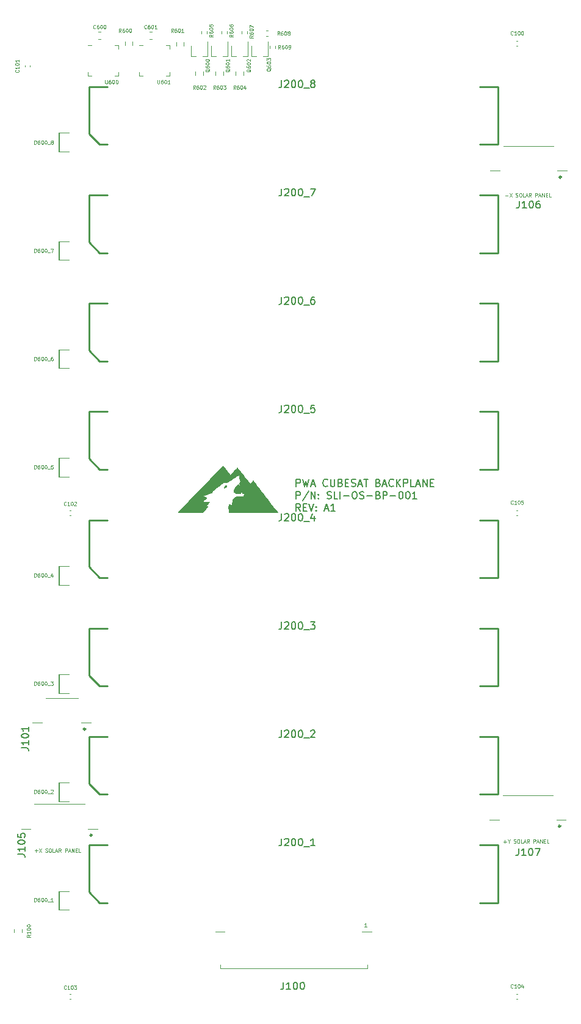
<source format=gto>
%TF.GenerationSoftware,KiCad,Pcbnew,(5.1.10)-1*%
%TF.CreationDate,2021-12-17T15:26:30-05:00*%
%TF.ProjectId,backplane,6261636b-706c-4616-9e65-2e6b69636164,A1*%
%TF.SameCoordinates,Original*%
%TF.FileFunction,Legend,Top*%
%TF.FilePolarity,Positive*%
%FSLAX46Y46*%
G04 Gerber Fmt 4.6, Leading zero omitted, Abs format (unit mm)*
G04 Created by KiCad (PCBNEW (5.1.10)-1) date 2021-12-17 15:26:30*
%MOMM*%
%LPD*%
G01*
G04 APERTURE LIST*
%ADD10C,0.200000*%
%ADD11C,0.100000*%
%ADD12C,0.254000*%
%ADD13C,0.120000*%
%ADD14C,0.010000*%
%ADD15C,0.150000*%
%ADD16C,0.125000*%
G04 APERTURE END LIST*
D10*
X97777095Y-102247380D02*
X97777095Y-101247380D01*
X98158047Y-101247380D01*
X98253285Y-101295000D01*
X98300904Y-101342619D01*
X98348523Y-101437857D01*
X98348523Y-101580714D01*
X98300904Y-101675952D01*
X98253285Y-101723571D01*
X98158047Y-101771190D01*
X97777095Y-101771190D01*
X98681857Y-101247380D02*
X98919952Y-102247380D01*
X99110428Y-101533095D01*
X99300904Y-102247380D01*
X99539000Y-101247380D01*
X99872333Y-101961666D02*
X100348523Y-101961666D01*
X99777095Y-102247380D02*
X100110428Y-101247380D01*
X100443761Y-102247380D01*
X102110428Y-102152142D02*
X102062809Y-102199761D01*
X101919952Y-102247380D01*
X101824714Y-102247380D01*
X101681857Y-102199761D01*
X101586619Y-102104523D01*
X101539000Y-102009285D01*
X101491380Y-101818809D01*
X101491380Y-101675952D01*
X101539000Y-101485476D01*
X101586619Y-101390238D01*
X101681857Y-101295000D01*
X101824714Y-101247380D01*
X101919952Y-101247380D01*
X102062809Y-101295000D01*
X102110428Y-101342619D01*
X102539000Y-101247380D02*
X102539000Y-102056904D01*
X102586619Y-102152142D01*
X102634238Y-102199761D01*
X102729476Y-102247380D01*
X102919952Y-102247380D01*
X103015190Y-102199761D01*
X103062809Y-102152142D01*
X103110428Y-102056904D01*
X103110428Y-101247380D01*
X103919952Y-101723571D02*
X104062809Y-101771190D01*
X104110428Y-101818809D01*
X104158047Y-101914047D01*
X104158047Y-102056904D01*
X104110428Y-102152142D01*
X104062809Y-102199761D01*
X103967571Y-102247380D01*
X103586619Y-102247380D01*
X103586619Y-101247380D01*
X103919952Y-101247380D01*
X104015190Y-101295000D01*
X104062809Y-101342619D01*
X104110428Y-101437857D01*
X104110428Y-101533095D01*
X104062809Y-101628333D01*
X104015190Y-101675952D01*
X103919952Y-101723571D01*
X103586619Y-101723571D01*
X104586619Y-101723571D02*
X104919952Y-101723571D01*
X105062809Y-102247380D02*
X104586619Y-102247380D01*
X104586619Y-101247380D01*
X105062809Y-101247380D01*
X105443761Y-102199761D02*
X105586619Y-102247380D01*
X105824714Y-102247380D01*
X105919952Y-102199761D01*
X105967571Y-102152142D01*
X106015190Y-102056904D01*
X106015190Y-101961666D01*
X105967571Y-101866428D01*
X105919952Y-101818809D01*
X105824714Y-101771190D01*
X105634238Y-101723571D01*
X105539000Y-101675952D01*
X105491380Y-101628333D01*
X105443761Y-101533095D01*
X105443761Y-101437857D01*
X105491380Y-101342619D01*
X105539000Y-101295000D01*
X105634238Y-101247380D01*
X105872333Y-101247380D01*
X106015190Y-101295000D01*
X106396142Y-101961666D02*
X106872333Y-101961666D01*
X106300904Y-102247380D02*
X106634238Y-101247380D01*
X106967571Y-102247380D01*
X107158047Y-101247380D02*
X107729476Y-101247380D01*
X107443761Y-102247380D02*
X107443761Y-101247380D01*
X109158047Y-101723571D02*
X109300904Y-101771190D01*
X109348523Y-101818809D01*
X109396142Y-101914047D01*
X109396142Y-102056904D01*
X109348523Y-102152142D01*
X109300904Y-102199761D01*
X109205666Y-102247380D01*
X108824714Y-102247380D01*
X108824714Y-101247380D01*
X109158047Y-101247380D01*
X109253285Y-101295000D01*
X109300904Y-101342619D01*
X109348523Y-101437857D01*
X109348523Y-101533095D01*
X109300904Y-101628333D01*
X109253285Y-101675952D01*
X109158047Y-101723571D01*
X108824714Y-101723571D01*
X109777095Y-101961666D02*
X110253285Y-101961666D01*
X109681857Y-102247380D02*
X110015190Y-101247380D01*
X110348523Y-102247380D01*
X111253285Y-102152142D02*
X111205666Y-102199761D01*
X111062809Y-102247380D01*
X110967571Y-102247380D01*
X110824714Y-102199761D01*
X110729476Y-102104523D01*
X110681857Y-102009285D01*
X110634238Y-101818809D01*
X110634238Y-101675952D01*
X110681857Y-101485476D01*
X110729476Y-101390238D01*
X110824714Y-101295000D01*
X110967571Y-101247380D01*
X111062809Y-101247380D01*
X111205666Y-101295000D01*
X111253285Y-101342619D01*
X111681857Y-102247380D02*
X111681857Y-101247380D01*
X112253285Y-102247380D02*
X111824714Y-101675952D01*
X112253285Y-101247380D02*
X111681857Y-101818809D01*
X112681857Y-102247380D02*
X112681857Y-101247380D01*
X113062809Y-101247380D01*
X113158047Y-101295000D01*
X113205666Y-101342619D01*
X113253285Y-101437857D01*
X113253285Y-101580714D01*
X113205666Y-101675952D01*
X113158047Y-101723571D01*
X113062809Y-101771190D01*
X112681857Y-101771190D01*
X114158047Y-102247380D02*
X113681857Y-102247380D01*
X113681857Y-101247380D01*
X114443761Y-101961666D02*
X114919952Y-101961666D01*
X114348523Y-102247380D02*
X114681857Y-101247380D01*
X115015190Y-102247380D01*
X115348523Y-102247380D02*
X115348523Y-101247380D01*
X115919952Y-102247380D01*
X115919952Y-101247380D01*
X116396142Y-101723571D02*
X116729476Y-101723571D01*
X116872333Y-102247380D02*
X116396142Y-102247380D01*
X116396142Y-101247380D01*
X116872333Y-101247380D01*
X97777095Y-103947380D02*
X97777095Y-102947380D01*
X98158047Y-102947380D01*
X98253285Y-102995000D01*
X98300904Y-103042619D01*
X98348523Y-103137857D01*
X98348523Y-103280714D01*
X98300904Y-103375952D01*
X98253285Y-103423571D01*
X98158047Y-103471190D01*
X97777095Y-103471190D01*
X99491380Y-102899761D02*
X98634238Y-104185476D01*
X99824714Y-103947380D02*
X99824714Y-102947380D01*
X100396142Y-103947380D01*
X100396142Y-102947380D01*
X100872333Y-103852142D02*
X100919952Y-103899761D01*
X100872333Y-103947380D01*
X100824714Y-103899761D01*
X100872333Y-103852142D01*
X100872333Y-103947380D01*
X100872333Y-103328333D02*
X100919952Y-103375952D01*
X100872333Y-103423571D01*
X100824714Y-103375952D01*
X100872333Y-103328333D01*
X100872333Y-103423571D01*
X102062809Y-103899761D02*
X102205666Y-103947380D01*
X102443761Y-103947380D01*
X102539000Y-103899761D01*
X102586619Y-103852142D01*
X102634238Y-103756904D01*
X102634238Y-103661666D01*
X102586619Y-103566428D01*
X102539000Y-103518809D01*
X102443761Y-103471190D01*
X102253285Y-103423571D01*
X102158047Y-103375952D01*
X102110428Y-103328333D01*
X102062809Y-103233095D01*
X102062809Y-103137857D01*
X102110428Y-103042619D01*
X102158047Y-102995000D01*
X102253285Y-102947380D01*
X102491380Y-102947380D01*
X102634238Y-102995000D01*
X103539000Y-103947380D02*
X103062809Y-103947380D01*
X103062809Y-102947380D01*
X103872333Y-103947380D02*
X103872333Y-102947380D01*
X104348523Y-103566428D02*
X105110428Y-103566428D01*
X105777095Y-102947380D02*
X105967571Y-102947380D01*
X106062809Y-102995000D01*
X106158047Y-103090238D01*
X106205666Y-103280714D01*
X106205666Y-103614047D01*
X106158047Y-103804523D01*
X106062809Y-103899761D01*
X105967571Y-103947380D01*
X105777095Y-103947380D01*
X105681857Y-103899761D01*
X105586619Y-103804523D01*
X105539000Y-103614047D01*
X105539000Y-103280714D01*
X105586619Y-103090238D01*
X105681857Y-102995000D01*
X105777095Y-102947380D01*
X106586619Y-103899761D02*
X106729476Y-103947380D01*
X106967571Y-103947380D01*
X107062809Y-103899761D01*
X107110428Y-103852142D01*
X107158047Y-103756904D01*
X107158047Y-103661666D01*
X107110428Y-103566428D01*
X107062809Y-103518809D01*
X106967571Y-103471190D01*
X106777095Y-103423571D01*
X106681857Y-103375952D01*
X106634238Y-103328333D01*
X106586619Y-103233095D01*
X106586619Y-103137857D01*
X106634238Y-103042619D01*
X106681857Y-102995000D01*
X106777095Y-102947380D01*
X107015190Y-102947380D01*
X107158047Y-102995000D01*
X107586619Y-103566428D02*
X108348523Y-103566428D01*
X109158047Y-103423571D02*
X109300904Y-103471190D01*
X109348523Y-103518809D01*
X109396142Y-103614047D01*
X109396142Y-103756904D01*
X109348523Y-103852142D01*
X109300904Y-103899761D01*
X109205666Y-103947380D01*
X108824714Y-103947380D01*
X108824714Y-102947380D01*
X109158047Y-102947380D01*
X109253285Y-102995000D01*
X109300904Y-103042619D01*
X109348523Y-103137857D01*
X109348523Y-103233095D01*
X109300904Y-103328333D01*
X109253285Y-103375952D01*
X109158047Y-103423571D01*
X108824714Y-103423571D01*
X109824714Y-103947380D02*
X109824714Y-102947380D01*
X110205666Y-102947380D01*
X110300904Y-102995000D01*
X110348523Y-103042619D01*
X110396142Y-103137857D01*
X110396142Y-103280714D01*
X110348523Y-103375952D01*
X110300904Y-103423571D01*
X110205666Y-103471190D01*
X109824714Y-103471190D01*
X110824714Y-103566428D02*
X111586619Y-103566428D01*
X112253285Y-102947380D02*
X112348523Y-102947380D01*
X112443761Y-102995000D01*
X112491380Y-103042619D01*
X112539000Y-103137857D01*
X112586619Y-103328333D01*
X112586619Y-103566428D01*
X112539000Y-103756904D01*
X112491380Y-103852142D01*
X112443761Y-103899761D01*
X112348523Y-103947380D01*
X112253285Y-103947380D01*
X112158047Y-103899761D01*
X112110428Y-103852142D01*
X112062809Y-103756904D01*
X112015190Y-103566428D01*
X112015190Y-103328333D01*
X112062809Y-103137857D01*
X112110428Y-103042619D01*
X112158047Y-102995000D01*
X112253285Y-102947380D01*
X113205666Y-102947380D02*
X113300904Y-102947380D01*
X113396142Y-102995000D01*
X113443761Y-103042619D01*
X113491380Y-103137857D01*
X113539000Y-103328333D01*
X113539000Y-103566428D01*
X113491380Y-103756904D01*
X113443761Y-103852142D01*
X113396142Y-103899761D01*
X113300904Y-103947380D01*
X113205666Y-103947380D01*
X113110428Y-103899761D01*
X113062809Y-103852142D01*
X113015190Y-103756904D01*
X112967571Y-103566428D01*
X112967571Y-103328333D01*
X113015190Y-103137857D01*
X113062809Y-103042619D01*
X113110428Y-102995000D01*
X113205666Y-102947380D01*
X114491380Y-103947380D02*
X113919952Y-103947380D01*
X114205666Y-103947380D02*
X114205666Y-102947380D01*
X114110428Y-103090238D01*
X114015190Y-103185476D01*
X113919952Y-103233095D01*
X98348523Y-105647380D02*
X98015190Y-105171190D01*
X97777095Y-105647380D02*
X97777095Y-104647380D01*
X98158047Y-104647380D01*
X98253285Y-104695000D01*
X98300904Y-104742619D01*
X98348523Y-104837857D01*
X98348523Y-104980714D01*
X98300904Y-105075952D01*
X98253285Y-105123571D01*
X98158047Y-105171190D01*
X97777095Y-105171190D01*
X98777095Y-105123571D02*
X99110428Y-105123571D01*
X99253285Y-105647380D02*
X98777095Y-105647380D01*
X98777095Y-104647380D01*
X99253285Y-104647380D01*
X99539000Y-104647380D02*
X99872333Y-105647380D01*
X100205666Y-104647380D01*
X100539000Y-105552142D02*
X100586619Y-105599761D01*
X100539000Y-105647380D01*
X100491380Y-105599761D01*
X100539000Y-105552142D01*
X100539000Y-105647380D01*
X100539000Y-105028333D02*
X100586619Y-105075952D01*
X100539000Y-105123571D01*
X100491380Y-105075952D01*
X100539000Y-105028333D01*
X100539000Y-105123571D01*
X101729476Y-105361666D02*
X102205666Y-105361666D01*
X101634238Y-105647380D02*
X101967571Y-104647380D01*
X102300904Y-105647380D01*
X103158047Y-105647380D02*
X102586619Y-105647380D01*
X102872333Y-105647380D02*
X102872333Y-104647380D01*
X102777095Y-104790238D01*
X102681857Y-104885476D01*
X102586619Y-104933095D01*
D11*
X61528047Y-152680714D02*
X61909000Y-152680714D01*
X61718523Y-152871190D02*
X61718523Y-152490238D01*
X62099476Y-152371190D02*
X62432809Y-152871190D01*
X62432809Y-152371190D02*
X62099476Y-152871190D01*
X62980428Y-152847380D02*
X63051857Y-152871190D01*
X63170904Y-152871190D01*
X63218523Y-152847380D01*
X63242333Y-152823571D01*
X63266142Y-152775952D01*
X63266142Y-152728333D01*
X63242333Y-152680714D01*
X63218523Y-152656904D01*
X63170904Y-152633095D01*
X63075666Y-152609285D01*
X63028047Y-152585476D01*
X63004238Y-152561666D01*
X62980428Y-152514047D01*
X62980428Y-152466428D01*
X63004238Y-152418809D01*
X63028047Y-152395000D01*
X63075666Y-152371190D01*
X63194714Y-152371190D01*
X63266142Y-152395000D01*
X63575666Y-152371190D02*
X63670904Y-152371190D01*
X63718523Y-152395000D01*
X63766142Y-152442619D01*
X63789952Y-152537857D01*
X63789952Y-152704523D01*
X63766142Y-152799761D01*
X63718523Y-152847380D01*
X63670904Y-152871190D01*
X63575666Y-152871190D01*
X63528047Y-152847380D01*
X63480428Y-152799761D01*
X63456619Y-152704523D01*
X63456619Y-152537857D01*
X63480428Y-152442619D01*
X63528047Y-152395000D01*
X63575666Y-152371190D01*
X64242333Y-152871190D02*
X64004238Y-152871190D01*
X64004238Y-152371190D01*
X64385190Y-152728333D02*
X64623285Y-152728333D01*
X64337571Y-152871190D02*
X64504238Y-152371190D01*
X64670904Y-152871190D01*
X65123285Y-152871190D02*
X64956619Y-152633095D01*
X64837571Y-152871190D02*
X64837571Y-152371190D01*
X65028047Y-152371190D01*
X65075666Y-152395000D01*
X65099476Y-152418809D01*
X65123285Y-152466428D01*
X65123285Y-152537857D01*
X65099476Y-152585476D01*
X65075666Y-152609285D01*
X65028047Y-152633095D01*
X64837571Y-152633095D01*
X65718523Y-152871190D02*
X65718523Y-152371190D01*
X65909000Y-152371190D01*
X65956619Y-152395000D01*
X65980428Y-152418809D01*
X66004238Y-152466428D01*
X66004238Y-152537857D01*
X65980428Y-152585476D01*
X65956619Y-152609285D01*
X65909000Y-152633095D01*
X65718523Y-152633095D01*
X66194714Y-152728333D02*
X66432809Y-152728333D01*
X66147095Y-152871190D02*
X66313761Y-152371190D01*
X66480428Y-152871190D01*
X66647095Y-152871190D02*
X66647095Y-152371190D01*
X66932809Y-152871190D01*
X66932809Y-152371190D01*
X67170904Y-152609285D02*
X67337571Y-152609285D01*
X67409000Y-152871190D02*
X67170904Y-152871190D01*
X67170904Y-152371190D01*
X67409000Y-152371190D01*
X67861380Y-152871190D02*
X67623285Y-152871190D01*
X67623285Y-152371190D01*
X126551857Y-151430714D02*
X126932809Y-151430714D01*
X126742333Y-151621190D02*
X126742333Y-151240238D01*
X127266142Y-151383095D02*
X127266142Y-151621190D01*
X127099476Y-151121190D02*
X127266142Y-151383095D01*
X127432809Y-151121190D01*
X127956619Y-151597380D02*
X128028047Y-151621190D01*
X128147095Y-151621190D01*
X128194714Y-151597380D01*
X128218523Y-151573571D01*
X128242333Y-151525952D01*
X128242333Y-151478333D01*
X128218523Y-151430714D01*
X128194714Y-151406904D01*
X128147095Y-151383095D01*
X128051857Y-151359285D01*
X128004238Y-151335476D01*
X127980428Y-151311666D01*
X127956619Y-151264047D01*
X127956619Y-151216428D01*
X127980428Y-151168809D01*
X128004238Y-151145000D01*
X128051857Y-151121190D01*
X128170904Y-151121190D01*
X128242333Y-151145000D01*
X128551857Y-151121190D02*
X128647095Y-151121190D01*
X128694714Y-151145000D01*
X128742333Y-151192619D01*
X128766142Y-151287857D01*
X128766142Y-151454523D01*
X128742333Y-151549761D01*
X128694714Y-151597380D01*
X128647095Y-151621190D01*
X128551857Y-151621190D01*
X128504238Y-151597380D01*
X128456619Y-151549761D01*
X128432809Y-151454523D01*
X128432809Y-151287857D01*
X128456619Y-151192619D01*
X128504238Y-151145000D01*
X128551857Y-151121190D01*
X129218523Y-151621190D02*
X128980428Y-151621190D01*
X128980428Y-151121190D01*
X129361380Y-151478333D02*
X129599476Y-151478333D01*
X129313761Y-151621190D02*
X129480428Y-151121190D01*
X129647095Y-151621190D01*
X130099476Y-151621190D02*
X129932809Y-151383095D01*
X129813761Y-151621190D02*
X129813761Y-151121190D01*
X130004238Y-151121190D01*
X130051857Y-151145000D01*
X130075666Y-151168809D01*
X130099476Y-151216428D01*
X130099476Y-151287857D01*
X130075666Y-151335476D01*
X130051857Y-151359285D01*
X130004238Y-151383095D01*
X129813761Y-151383095D01*
X130694714Y-151621190D02*
X130694714Y-151121190D01*
X130885190Y-151121190D01*
X130932809Y-151145000D01*
X130956619Y-151168809D01*
X130980428Y-151216428D01*
X130980428Y-151287857D01*
X130956619Y-151335476D01*
X130932809Y-151359285D01*
X130885190Y-151383095D01*
X130694714Y-151383095D01*
X131170904Y-151478333D02*
X131409000Y-151478333D01*
X131123285Y-151621190D02*
X131289952Y-151121190D01*
X131456619Y-151621190D01*
X131623285Y-151621190D02*
X131623285Y-151121190D01*
X131909000Y-151621190D01*
X131909000Y-151121190D01*
X132147095Y-151359285D02*
X132313761Y-151359285D01*
X132385190Y-151621190D02*
X132147095Y-151621190D01*
X132147095Y-151121190D01*
X132385190Y-151121190D01*
X132837571Y-151621190D02*
X132599476Y-151621190D01*
X132599476Y-151121190D01*
X126778047Y-61930714D02*
X127159000Y-61930714D01*
X127349476Y-61621190D02*
X127682809Y-62121190D01*
X127682809Y-61621190D02*
X127349476Y-62121190D01*
X128230428Y-62097380D02*
X128301857Y-62121190D01*
X128420904Y-62121190D01*
X128468523Y-62097380D01*
X128492333Y-62073571D01*
X128516142Y-62025952D01*
X128516142Y-61978333D01*
X128492333Y-61930714D01*
X128468523Y-61906904D01*
X128420904Y-61883095D01*
X128325666Y-61859285D01*
X128278047Y-61835476D01*
X128254238Y-61811666D01*
X128230428Y-61764047D01*
X128230428Y-61716428D01*
X128254238Y-61668809D01*
X128278047Y-61645000D01*
X128325666Y-61621190D01*
X128444714Y-61621190D01*
X128516142Y-61645000D01*
X128825666Y-61621190D02*
X128920904Y-61621190D01*
X128968523Y-61645000D01*
X129016142Y-61692619D01*
X129039952Y-61787857D01*
X129039952Y-61954523D01*
X129016142Y-62049761D01*
X128968523Y-62097380D01*
X128920904Y-62121190D01*
X128825666Y-62121190D01*
X128778047Y-62097380D01*
X128730428Y-62049761D01*
X128706619Y-61954523D01*
X128706619Y-61787857D01*
X128730428Y-61692619D01*
X128778047Y-61645000D01*
X128825666Y-61621190D01*
X129492333Y-62121190D02*
X129254238Y-62121190D01*
X129254238Y-61621190D01*
X129635190Y-61978333D02*
X129873285Y-61978333D01*
X129587571Y-62121190D02*
X129754238Y-61621190D01*
X129920904Y-62121190D01*
X130373285Y-62121190D02*
X130206619Y-61883095D01*
X130087571Y-62121190D02*
X130087571Y-61621190D01*
X130278047Y-61621190D01*
X130325666Y-61645000D01*
X130349476Y-61668809D01*
X130373285Y-61716428D01*
X130373285Y-61787857D01*
X130349476Y-61835476D01*
X130325666Y-61859285D01*
X130278047Y-61883095D01*
X130087571Y-61883095D01*
X130968523Y-62121190D02*
X130968523Y-61621190D01*
X131159000Y-61621190D01*
X131206619Y-61645000D01*
X131230428Y-61668809D01*
X131254238Y-61716428D01*
X131254238Y-61787857D01*
X131230428Y-61835476D01*
X131206619Y-61859285D01*
X131159000Y-61883095D01*
X130968523Y-61883095D01*
X131444714Y-61978333D02*
X131682809Y-61978333D01*
X131397095Y-62121190D02*
X131563761Y-61621190D01*
X131730428Y-62121190D01*
X131897095Y-62121190D02*
X131897095Y-61621190D01*
X132182809Y-62121190D01*
X132182809Y-61621190D01*
X132420904Y-61859285D02*
X132587571Y-61859285D01*
X132659000Y-62121190D02*
X132420904Y-62121190D01*
X132420904Y-61621190D01*
X132659000Y-61621190D01*
X133111380Y-62121190D02*
X132873285Y-62121190D01*
X132873285Y-61621190D01*
D12*
X68543600Y-135850200D02*
G75*
G03*
X68543600Y-135850200I-141000J0D01*
G01*
D13*
X61202600Y-134975200D02*
X62527600Y-134975200D01*
X69302600Y-134975200D02*
X67977600Y-134975200D01*
X67502600Y-131550200D02*
X63002600Y-131550200D01*
X94108000Y-41248359D02*
X94108000Y-41555641D01*
X94868000Y-41248359D02*
X94868000Y-41555641D01*
X93879641Y-39117000D02*
X93572359Y-39117000D01*
X93879641Y-39877000D02*
X93572359Y-39877000D01*
X91550000Y-41214000D02*
X91550000Y-42624000D01*
X93870000Y-42624000D02*
X93870000Y-40594000D01*
X93870000Y-42624000D02*
X93210000Y-42624000D01*
X92210000Y-42624000D02*
X91550000Y-42624000D01*
D12*
X69009000Y-53395000D02*
X69009000Y-46895000D01*
X70509000Y-54895000D02*
X69009000Y-53395000D01*
X71609000Y-54895000D02*
X70509000Y-54895000D01*
X125809000Y-54895000D02*
X123209000Y-54895000D01*
X125809000Y-46895000D02*
X125809000Y-54895000D01*
X123209000Y-46895000D02*
X125809000Y-46895000D01*
X69009000Y-46895000D02*
X71609000Y-46895000D01*
X69009000Y-68395000D02*
X69009000Y-61895000D01*
X70509000Y-69895000D02*
X69009000Y-68395000D01*
X71609000Y-69895000D02*
X70509000Y-69895000D01*
X125809000Y-69895000D02*
X123209000Y-69895000D01*
X125809000Y-61895000D02*
X125809000Y-69895000D01*
X123209000Y-61895000D02*
X125809000Y-61895000D01*
X69009000Y-61895000D02*
X71609000Y-61895000D01*
X69009000Y-83395000D02*
X69009000Y-76895000D01*
X70509000Y-84895000D02*
X69009000Y-83395000D01*
X71609000Y-84895000D02*
X70509000Y-84895000D01*
X125809000Y-84895000D02*
X123209000Y-84895000D01*
X125809000Y-76895000D02*
X125809000Y-84895000D01*
X123209000Y-76895000D02*
X125809000Y-76895000D01*
X69009000Y-76895000D02*
X71609000Y-76895000D01*
X69009000Y-98395000D02*
X69009000Y-91895000D01*
X70509000Y-99895000D02*
X69009000Y-98395000D01*
X71609000Y-99895000D02*
X70509000Y-99895000D01*
X125809000Y-99895000D02*
X123209000Y-99895000D01*
X125809000Y-91895000D02*
X125809000Y-99895000D01*
X123209000Y-91895000D02*
X125809000Y-91895000D01*
X69009000Y-91895000D02*
X71609000Y-91895000D01*
X69009000Y-113395000D02*
X69009000Y-106895000D01*
X70509000Y-114895000D02*
X69009000Y-113395000D01*
X71609000Y-114895000D02*
X70509000Y-114895000D01*
X125809000Y-114895000D02*
X123209000Y-114895000D01*
X125809000Y-106895000D02*
X125809000Y-114895000D01*
X123209000Y-106895000D02*
X125809000Y-106895000D01*
X69009000Y-106895000D02*
X71609000Y-106895000D01*
X69009000Y-128395000D02*
X69009000Y-121895000D01*
X70509000Y-129895000D02*
X69009000Y-128395000D01*
X71609000Y-129895000D02*
X70509000Y-129895000D01*
X125809000Y-129895000D02*
X123209000Y-129895000D01*
X125809000Y-121895000D02*
X125809000Y-129895000D01*
X123209000Y-121895000D02*
X125809000Y-121895000D01*
X69009000Y-121895000D02*
X71609000Y-121895000D01*
X69009000Y-143395000D02*
X69009000Y-136895000D01*
X70509000Y-144895000D02*
X69009000Y-143395000D01*
X71609000Y-144895000D02*
X70509000Y-144895000D01*
X125809000Y-144895000D02*
X123209000Y-144895000D01*
X125809000Y-136895000D02*
X125809000Y-144895000D01*
X123209000Y-136895000D02*
X125809000Y-136895000D01*
X69009000Y-136895000D02*
X71609000Y-136895000D01*
X69009000Y-158395000D02*
X69009000Y-151895000D01*
X70509000Y-159895000D02*
X69009000Y-158395000D01*
X71609000Y-159895000D02*
X70509000Y-159895000D01*
X125809000Y-159895000D02*
X123209000Y-159895000D01*
X125809000Y-151895000D02*
X125809000Y-159895000D01*
X123209000Y-151895000D02*
X125809000Y-151895000D01*
X69009000Y-151895000D02*
X71609000Y-151895000D01*
X134450000Y-149295000D02*
G75*
G03*
X134450000Y-149295000I-141000J0D01*
G01*
D13*
X124609000Y-148420000D02*
X125934000Y-148420000D01*
X135209000Y-148420000D02*
X133884000Y-148420000D01*
X133409000Y-144995000D02*
X126409000Y-144995000D01*
D12*
X134550000Y-59395000D02*
G75*
G03*
X134550000Y-59395000I-141000J0D01*
G01*
D13*
X124709000Y-58520000D02*
X126034000Y-58520000D01*
X135309000Y-58520000D02*
X133984000Y-58520000D01*
X133509000Y-55095000D02*
X126509000Y-55095000D01*
D12*
X69450000Y-150545000D02*
G75*
G03*
X69450000Y-150545000I-141000J0D01*
G01*
D13*
X59609000Y-149670000D02*
X60934000Y-149670000D01*
X70209000Y-149670000D02*
X68884000Y-149670000D01*
X68409000Y-146245000D02*
X61409000Y-146245000D01*
X87209000Y-168995000D02*
X107609000Y-168995000D01*
X86546000Y-163895000D02*
X87836000Y-163895000D01*
X106909000Y-163945000D02*
X108234000Y-163945000D01*
X87209000Y-168995000D02*
X87209000Y-168495000D01*
X107609000Y-168995000D02*
X107609000Y-168495000D01*
X64879000Y-53286000D02*
X64879000Y-55886000D01*
X66279000Y-53286000D02*
X64779000Y-53286000D01*
X66279000Y-55886000D02*
X64779000Y-55886000D01*
X64779000Y-53286000D02*
X64779000Y-55886000D01*
X64879000Y-68286000D02*
X64879000Y-70886000D01*
X66279000Y-68286000D02*
X64779000Y-68286000D01*
X66279000Y-70886000D02*
X64779000Y-70886000D01*
X64779000Y-68286000D02*
X64779000Y-70886000D01*
X64879000Y-83286000D02*
X64879000Y-85886000D01*
X66279000Y-83286000D02*
X64779000Y-83286000D01*
X66279000Y-85886000D02*
X64779000Y-85886000D01*
X64779000Y-83286000D02*
X64779000Y-85886000D01*
X64879000Y-98285000D02*
X64879000Y-100885000D01*
X66279000Y-98285000D02*
X64779000Y-98285000D01*
X66279000Y-100885000D02*
X64779000Y-100885000D01*
X64779000Y-98285000D02*
X64779000Y-100885000D01*
X64879000Y-113285000D02*
X64879000Y-115885000D01*
X66279000Y-113285000D02*
X64779000Y-113285000D01*
X66279000Y-115885000D02*
X64779000Y-115885000D01*
X64779000Y-113285000D02*
X64779000Y-115885000D01*
X64879000Y-128285000D02*
X64879000Y-130885000D01*
X66279000Y-128285000D02*
X64779000Y-128285000D01*
X66279000Y-130885000D02*
X64779000Y-130885000D01*
X64779000Y-128285000D02*
X64779000Y-130885000D01*
X64879000Y-143285000D02*
X64879000Y-145885000D01*
X66279000Y-143285000D02*
X64779000Y-143285000D01*
X66279000Y-145885000D02*
X64779000Y-145885000D01*
X64779000Y-143285000D02*
X64779000Y-145885000D01*
X64879000Y-158285000D02*
X64879000Y-160885000D01*
X66279000Y-158285000D02*
X64779000Y-158285000D01*
X66279000Y-160885000D02*
X64779000Y-160885000D01*
X64779000Y-158285000D02*
X64779000Y-160885000D01*
X79740000Y-41133500D02*
X80215000Y-41133500D01*
X80215000Y-41133500D02*
X80215000Y-41608500D01*
X76470000Y-45353500D02*
X75995000Y-45353500D01*
X75995000Y-45353500D02*
X75995000Y-44878500D01*
X79740000Y-45353500D02*
X80215000Y-45353500D01*
X80215000Y-45353500D02*
X80215000Y-44878500D01*
X76470000Y-41133500D02*
X75995000Y-41133500D01*
X72628000Y-41133500D02*
X73103000Y-41133500D01*
X73103000Y-41133500D02*
X73103000Y-41608500D01*
X69358000Y-45353500D02*
X68883000Y-45353500D01*
X68883000Y-45353500D02*
X68883000Y-44878500D01*
X72628000Y-45353500D02*
X73103000Y-45353500D01*
X73103000Y-45353500D02*
X73103000Y-44878500D01*
X69358000Y-41133500D02*
X68883000Y-41133500D01*
X90931000Y-39216359D02*
X90931000Y-39523641D01*
X90171000Y-39216359D02*
X90171000Y-39523641D01*
X88137000Y-39216359D02*
X88137000Y-39523641D01*
X87377000Y-39216359D02*
X87377000Y-39523641D01*
X85343000Y-39216359D02*
X85343000Y-39523641D01*
X84583000Y-39216359D02*
X84583000Y-39523641D01*
X90438500Y-44783742D02*
X90438500Y-45258258D01*
X89393500Y-44783742D02*
X89393500Y-45258258D01*
X86599500Y-44783742D02*
X86599500Y-45258258D01*
X87644500Y-44783742D02*
X87644500Y-45258258D01*
X84850500Y-44783742D02*
X84850500Y-45258258D01*
X83805500Y-44783742D02*
X83805500Y-45258258D01*
X81138500Y-41195258D02*
X81138500Y-40720742D01*
X82183500Y-41195258D02*
X82183500Y-40720742D01*
X74026500Y-41131258D02*
X74026500Y-40656742D01*
X75071500Y-41131258D02*
X75071500Y-40656742D01*
X89416000Y-42640000D02*
X88756000Y-42640000D01*
X91076000Y-42640000D02*
X90416000Y-42640000D01*
X91076000Y-42640000D02*
X91076000Y-40610000D01*
X88756000Y-41230000D02*
X88756000Y-42640000D01*
X86622000Y-42640000D02*
X85962000Y-42640000D01*
X88282000Y-42640000D02*
X87622000Y-42640000D01*
X88282000Y-42640000D02*
X88282000Y-40610000D01*
X85962000Y-41230000D02*
X85962000Y-42640000D01*
X83828000Y-42656000D02*
X83168000Y-42656000D01*
X85488000Y-42656000D02*
X84828000Y-42656000D01*
X85488000Y-42656000D02*
X85488000Y-40626000D01*
X83168000Y-41246000D02*
X83168000Y-42656000D01*
X77724580Y-40261000D02*
X77443420Y-40261000D01*
X77724580Y-39241000D02*
X77443420Y-39241000D01*
X70612580Y-40261000D02*
X70331420Y-40261000D01*
X70612580Y-39241000D02*
X70331420Y-39241000D01*
X128301164Y-105535000D02*
X128516836Y-105535000D01*
X128301164Y-106255000D02*
X128516836Y-106255000D01*
X128301164Y-172535000D02*
X128516836Y-172535000D01*
X128301164Y-173255000D02*
X128516836Y-173255000D01*
X66516836Y-173255000D02*
X66301164Y-173255000D01*
X66516836Y-172535000D02*
X66301164Y-172535000D01*
X66516836Y-106255000D02*
X66301164Y-106255000D01*
X66516836Y-105535000D02*
X66301164Y-105535000D01*
X128301164Y-40535000D02*
X128516836Y-40535000D01*
X128301164Y-41255000D02*
X128516836Y-41255000D01*
X60149000Y-44129836D02*
X60149000Y-43914164D01*
X60869000Y-44129836D02*
X60869000Y-43914164D01*
X59706500Y-163557742D02*
X59706500Y-164032258D01*
X58661500Y-163557742D02*
X58661500Y-164032258D01*
D14*
G36*
X88040841Y-102067091D02*
G01*
X88091629Y-102119196D01*
X88106401Y-102149120D01*
X88122237Y-102218517D01*
X88102614Y-102277780D01*
X88042626Y-102334782D01*
X87958900Y-102385890D01*
X87873712Y-102425862D01*
X87798697Y-102449929D01*
X87745459Y-102455398D01*
X87725600Y-102440005D01*
X87739282Y-102412230D01*
X87773308Y-102360997D01*
X87785040Y-102344755D01*
X87834810Y-102266459D01*
X87875293Y-102185649D01*
X87877424Y-102180379D01*
X87925412Y-102098819D01*
X87982660Y-102060678D01*
X88040841Y-102067091D01*
G37*
X88040841Y-102067091D02*
X88091629Y-102119196D01*
X88106401Y-102149120D01*
X88122237Y-102218517D01*
X88102614Y-102277780D01*
X88042626Y-102334782D01*
X87958900Y-102385890D01*
X87873712Y-102425862D01*
X87798697Y-102449929D01*
X87745459Y-102455398D01*
X87725600Y-102440005D01*
X87739282Y-102412230D01*
X87773308Y-102360997D01*
X87785040Y-102344755D01*
X87834810Y-102266459D01*
X87875293Y-102185649D01*
X87877424Y-102180379D01*
X87925412Y-102098819D01*
X87982660Y-102060678D01*
X88040841Y-102067091D01*
G36*
X88095125Y-100027271D02*
G01*
X88214287Y-100181286D01*
X88323714Y-100321475D01*
X88419538Y-100442980D01*
X88497888Y-100540942D01*
X88554898Y-100610504D01*
X88586697Y-100646807D01*
X88591794Y-100651000D01*
X88612879Y-100633357D01*
X88664247Y-100583581D01*
X88741227Y-100506403D01*
X88839150Y-100406552D01*
X88953345Y-100288757D01*
X89079139Y-100157750D01*
X89087167Y-100149349D01*
X89213447Y-100017470D01*
X89328211Y-99898191D01*
X89426811Y-99796295D01*
X89504605Y-99716564D01*
X89556945Y-99663780D01*
X89579188Y-99642724D01*
X89579464Y-99642574D01*
X89597136Y-99660995D01*
X89643332Y-99715837D01*
X89715208Y-99803560D01*
X89809919Y-99920626D01*
X89924623Y-100063496D01*
X90056476Y-100228630D01*
X90202633Y-100412490D01*
X90360252Y-100611537D01*
X90481500Y-100765137D01*
X90645784Y-100973104D01*
X90800776Y-101168481D01*
X90943622Y-101347727D01*
X91071468Y-101507301D01*
X91181462Y-101643663D01*
X91270750Y-101753271D01*
X91336479Y-101832586D01*
X91375796Y-101878065D01*
X91386186Y-101887863D01*
X91407932Y-101867558D01*
X91454897Y-101816298D01*
X91519820Y-101742192D01*
X91583951Y-101667000D01*
X91659230Y-101580179D01*
X91723968Y-101510036D01*
X91770577Y-101464510D01*
X91790279Y-101451100D01*
X91807993Y-101470730D01*
X91854178Y-101527514D01*
X91926395Y-101618294D01*
X92022205Y-101739908D01*
X92139170Y-101889199D01*
X92274850Y-102063006D01*
X92426807Y-102258169D01*
X92592602Y-102471530D01*
X92769795Y-102699928D01*
X92955947Y-102940204D01*
X93148621Y-103189200D01*
X93345376Y-103443754D01*
X93543774Y-103700708D01*
X93741375Y-103956903D01*
X93935742Y-104209178D01*
X94124435Y-104454374D01*
X94305015Y-104689332D01*
X94475043Y-104910891D01*
X94632080Y-105115894D01*
X94773687Y-105301180D01*
X94897426Y-105463589D01*
X95000857Y-105599962D01*
X95081541Y-105707140D01*
X95137040Y-105781963D01*
X95164914Y-105821272D01*
X95167800Y-105826480D01*
X95142891Y-105828026D01*
X95070134Y-105829375D01*
X94952477Y-105830524D01*
X94792871Y-105831468D01*
X94594266Y-105832207D01*
X94359612Y-105832736D01*
X94091860Y-105833052D01*
X93793958Y-105833154D01*
X93468859Y-105833037D01*
X93119512Y-105832698D01*
X92748866Y-105832136D01*
X92359873Y-105831346D01*
X91955482Y-105830327D01*
X91793082Y-105829863D01*
X88418364Y-105819900D01*
X88402182Y-105555598D01*
X88394773Y-105406863D01*
X88389147Y-105241148D01*
X88386219Y-105087368D01*
X88386000Y-105043062D01*
X88391008Y-104894584D01*
X88409255Y-104792640D01*
X88445574Y-104733667D01*
X88504800Y-104714099D01*
X88591765Y-104730372D01*
X88711303Y-104778920D01*
X88731409Y-104788325D01*
X88886318Y-104861609D01*
X88885575Y-104616854D01*
X88903929Y-104369837D01*
X88959816Y-104156708D01*
X89052074Y-103978441D01*
X89179543Y-103836009D01*
X89341061Y-103730385D01*
X89535467Y-103662543D01*
X89761602Y-103633456D01*
X90018302Y-103644096D01*
X90042661Y-103647010D01*
X90159610Y-103659705D01*
X90241174Y-103662450D01*
X90301866Y-103654824D01*
X90352314Y-103638050D01*
X90429049Y-103583036D01*
X90494319Y-103496235D01*
X90536112Y-103396658D01*
X90545000Y-103333152D01*
X90522040Y-103266412D01*
X90462436Y-103215592D01*
X90380096Y-103191620D01*
X90364099Y-103191000D01*
X90321282Y-103184302D01*
X90290778Y-103156286D01*
X90261950Y-103095066D01*
X90250433Y-103063999D01*
X90222196Y-102993121D01*
X90198556Y-102947021D01*
X90188724Y-102936999D01*
X90170003Y-102958011D01*
X90138849Y-103012089D01*
X90114220Y-103061820D01*
X90074197Y-103137624D01*
X90034142Y-103180551D01*
X89977389Y-103205723D01*
X89946231Y-103214220D01*
X89783410Y-103239774D01*
X89614922Y-103239694D01*
X89459418Y-103215022D01*
X89363900Y-103181651D01*
X89255472Y-103124019D01*
X89187352Y-103065517D01*
X89150705Y-102992403D01*
X89136693Y-102890939D01*
X89135415Y-102826310D01*
X89139629Y-102728785D01*
X89155176Y-102642593D01*
X89186618Y-102558810D01*
X89238512Y-102468511D01*
X89315420Y-102362773D01*
X89421901Y-102232670D01*
X89463990Y-102183237D01*
X89663608Y-101950259D01*
X89799504Y-102026954D01*
X89870066Y-102064171D01*
X89919196Y-102085103D01*
X89935400Y-102085840D01*
X89929466Y-102053466D01*
X89914071Y-101987595D01*
X89896968Y-101919721D01*
X89858537Y-101771409D01*
X89935068Y-101650731D01*
X89978025Y-101572770D01*
X90005792Y-101502747D01*
X90011600Y-101471136D01*
X89997928Y-101419358D01*
X89962420Y-101344520D01*
X89922026Y-101277310D01*
X89832452Y-101142402D01*
X89863920Y-100958892D01*
X89879890Y-100838395D01*
X89876609Y-100758813D01*
X89851048Y-100712922D01*
X89800174Y-100693494D01*
X89751817Y-100691644D01*
X89716710Y-100695865D01*
X89675101Y-100708379D01*
X89622615Y-100731857D01*
X89554879Y-100768967D01*
X89467519Y-100822380D01*
X89356163Y-100894765D01*
X89216436Y-100988793D01*
X89043965Y-101107132D01*
X88843200Y-101246317D01*
X88666733Y-101369077D01*
X88526193Y-101466181D01*
X88415583Y-101540669D01*
X88328908Y-101595578D01*
X88260174Y-101633946D01*
X88203386Y-101658811D01*
X88152547Y-101673211D01*
X88101662Y-101680183D01*
X88044738Y-101682766D01*
X87979600Y-101683921D01*
X87875320Y-101686108D01*
X87787403Y-101688221D01*
X87730727Y-101689895D01*
X87721748Y-101690271D01*
X87688833Y-101705350D01*
X87621803Y-101746108D01*
X87527300Y-101807897D01*
X87411964Y-101886073D01*
X87282438Y-101975989D01*
X87145362Y-102073000D01*
X87007380Y-102172460D01*
X86875132Y-102269723D01*
X86755260Y-102360144D01*
X86676923Y-102421111D01*
X86519290Y-102551183D01*
X86378696Y-102677250D01*
X86261415Y-102793121D01*
X86173721Y-102892607D01*
X86122707Y-102967900D01*
X86080964Y-103034100D01*
X86037462Y-103080852D01*
X86027778Y-103087270D01*
X85991786Y-103102518D01*
X85915003Y-103132319D01*
X85804445Y-103174044D01*
X85667128Y-103225063D01*
X85510065Y-103282749D01*
X85373811Y-103332329D01*
X85206787Y-103393094D01*
X85054610Y-103448905D01*
X84924115Y-103497218D01*
X84822139Y-103535492D01*
X84755515Y-103561182D01*
X84732056Y-103571076D01*
X84731518Y-103583221D01*
X84765208Y-103602477D01*
X84836349Y-103630014D01*
X84948170Y-103667004D01*
X85103894Y-103714617D01*
X85230050Y-103751776D01*
X85295338Y-103777360D01*
X85333723Y-103805071D01*
X85338000Y-103815212D01*
X85319985Y-103842933D01*
X85270547Y-103896961D01*
X85196595Y-103970267D01*
X85105035Y-104055823D01*
X85073591Y-104084241D01*
X84977942Y-104171161D01*
X84897369Y-104246594D01*
X84838795Y-104303890D01*
X84809144Y-104336394D01*
X84806891Y-104340508D01*
X84830144Y-104346412D01*
X84896049Y-104350828D01*
X84996473Y-104353521D01*
X85123282Y-104354251D01*
X85242083Y-104353208D01*
X85422206Y-104351011D01*
X85553819Y-104353240D01*
X85639207Y-104363966D01*
X85680661Y-104387263D01*
X85680466Y-104427202D01*
X85640910Y-104487856D01*
X85564282Y-104573297D01*
X85452869Y-104687598D01*
X85438264Y-104702437D01*
X85334721Y-104807341D01*
X85264681Y-104881172D01*
X85227253Y-104930248D01*
X85221549Y-104960884D01*
X85246680Y-104979397D01*
X85301755Y-104992102D01*
X85385886Y-105005316D01*
X85395402Y-105006834D01*
X85455965Y-105019965D01*
X85475853Y-105038213D01*
X85465551Y-105069570D01*
X85439000Y-105105952D01*
X85384864Y-105171112D01*
X85310459Y-105256917D01*
X85223102Y-105355232D01*
X85130110Y-105457925D01*
X85038800Y-105556861D01*
X84956488Y-105643907D01*
X84890490Y-105710929D01*
X84876107Y-105724831D01*
X84789106Y-105807563D01*
X83093791Y-105801031D01*
X81398476Y-105794500D01*
X84322782Y-102784600D01*
X84644925Y-102453048D01*
X84959346Y-102129487D01*
X85264044Y-101815971D01*
X85557019Y-101514559D01*
X85836269Y-101227308D01*
X86099794Y-100956273D01*
X86345594Y-100703514D01*
X86571667Y-100471085D01*
X86776013Y-100261045D01*
X86956630Y-100075451D01*
X87111519Y-99916358D01*
X87238679Y-99785826D01*
X87336108Y-99685909D01*
X87401807Y-99618667D01*
X87430827Y-99589121D01*
X87614567Y-99403543D01*
X88095125Y-100027271D01*
G37*
X88095125Y-100027271D02*
X88214287Y-100181286D01*
X88323714Y-100321475D01*
X88419538Y-100442980D01*
X88497888Y-100540942D01*
X88554898Y-100610504D01*
X88586697Y-100646807D01*
X88591794Y-100651000D01*
X88612879Y-100633357D01*
X88664247Y-100583581D01*
X88741227Y-100506403D01*
X88839150Y-100406552D01*
X88953345Y-100288757D01*
X89079139Y-100157750D01*
X89087167Y-100149349D01*
X89213447Y-100017470D01*
X89328211Y-99898191D01*
X89426811Y-99796295D01*
X89504605Y-99716564D01*
X89556945Y-99663780D01*
X89579188Y-99642724D01*
X89579464Y-99642574D01*
X89597136Y-99660995D01*
X89643332Y-99715837D01*
X89715208Y-99803560D01*
X89809919Y-99920626D01*
X89924623Y-100063496D01*
X90056476Y-100228630D01*
X90202633Y-100412490D01*
X90360252Y-100611537D01*
X90481500Y-100765137D01*
X90645784Y-100973104D01*
X90800776Y-101168481D01*
X90943622Y-101347727D01*
X91071468Y-101507301D01*
X91181462Y-101643663D01*
X91270750Y-101753271D01*
X91336479Y-101832586D01*
X91375796Y-101878065D01*
X91386186Y-101887863D01*
X91407932Y-101867558D01*
X91454897Y-101816298D01*
X91519820Y-101742192D01*
X91583951Y-101667000D01*
X91659230Y-101580179D01*
X91723968Y-101510036D01*
X91770577Y-101464510D01*
X91790279Y-101451100D01*
X91807993Y-101470730D01*
X91854178Y-101527514D01*
X91926395Y-101618294D01*
X92022205Y-101739908D01*
X92139170Y-101889199D01*
X92274850Y-102063006D01*
X92426807Y-102258169D01*
X92592602Y-102471530D01*
X92769795Y-102699928D01*
X92955947Y-102940204D01*
X93148621Y-103189200D01*
X93345376Y-103443754D01*
X93543774Y-103700708D01*
X93741375Y-103956903D01*
X93935742Y-104209178D01*
X94124435Y-104454374D01*
X94305015Y-104689332D01*
X94475043Y-104910891D01*
X94632080Y-105115894D01*
X94773687Y-105301180D01*
X94897426Y-105463589D01*
X95000857Y-105599962D01*
X95081541Y-105707140D01*
X95137040Y-105781963D01*
X95164914Y-105821272D01*
X95167800Y-105826480D01*
X95142891Y-105828026D01*
X95070134Y-105829375D01*
X94952477Y-105830524D01*
X94792871Y-105831468D01*
X94594266Y-105832207D01*
X94359612Y-105832736D01*
X94091860Y-105833052D01*
X93793958Y-105833154D01*
X93468859Y-105833037D01*
X93119512Y-105832698D01*
X92748866Y-105832136D01*
X92359873Y-105831346D01*
X91955482Y-105830327D01*
X91793082Y-105829863D01*
X88418364Y-105819900D01*
X88402182Y-105555598D01*
X88394773Y-105406863D01*
X88389147Y-105241148D01*
X88386219Y-105087368D01*
X88386000Y-105043062D01*
X88391008Y-104894584D01*
X88409255Y-104792640D01*
X88445574Y-104733667D01*
X88504800Y-104714099D01*
X88591765Y-104730372D01*
X88711303Y-104778920D01*
X88731409Y-104788325D01*
X88886318Y-104861609D01*
X88885575Y-104616854D01*
X88903929Y-104369837D01*
X88959816Y-104156708D01*
X89052074Y-103978441D01*
X89179543Y-103836009D01*
X89341061Y-103730385D01*
X89535467Y-103662543D01*
X89761602Y-103633456D01*
X90018302Y-103644096D01*
X90042661Y-103647010D01*
X90159610Y-103659705D01*
X90241174Y-103662450D01*
X90301866Y-103654824D01*
X90352314Y-103638050D01*
X90429049Y-103583036D01*
X90494319Y-103496235D01*
X90536112Y-103396658D01*
X90545000Y-103333152D01*
X90522040Y-103266412D01*
X90462436Y-103215592D01*
X90380096Y-103191620D01*
X90364099Y-103191000D01*
X90321282Y-103184302D01*
X90290778Y-103156286D01*
X90261950Y-103095066D01*
X90250433Y-103063999D01*
X90222196Y-102993121D01*
X90198556Y-102947021D01*
X90188724Y-102936999D01*
X90170003Y-102958011D01*
X90138849Y-103012089D01*
X90114220Y-103061820D01*
X90074197Y-103137624D01*
X90034142Y-103180551D01*
X89977389Y-103205723D01*
X89946231Y-103214220D01*
X89783410Y-103239774D01*
X89614922Y-103239694D01*
X89459418Y-103215022D01*
X89363900Y-103181651D01*
X89255472Y-103124019D01*
X89187352Y-103065517D01*
X89150705Y-102992403D01*
X89136693Y-102890939D01*
X89135415Y-102826310D01*
X89139629Y-102728785D01*
X89155176Y-102642593D01*
X89186618Y-102558810D01*
X89238512Y-102468511D01*
X89315420Y-102362773D01*
X89421901Y-102232670D01*
X89463990Y-102183237D01*
X89663608Y-101950259D01*
X89799504Y-102026954D01*
X89870066Y-102064171D01*
X89919196Y-102085103D01*
X89935400Y-102085840D01*
X89929466Y-102053466D01*
X89914071Y-101987595D01*
X89896968Y-101919721D01*
X89858537Y-101771409D01*
X89935068Y-101650731D01*
X89978025Y-101572770D01*
X90005792Y-101502747D01*
X90011600Y-101471136D01*
X89997928Y-101419358D01*
X89962420Y-101344520D01*
X89922026Y-101277310D01*
X89832452Y-101142402D01*
X89863920Y-100958892D01*
X89879890Y-100838395D01*
X89876609Y-100758813D01*
X89851048Y-100712922D01*
X89800174Y-100693494D01*
X89751817Y-100691644D01*
X89716710Y-100695865D01*
X89675101Y-100708379D01*
X89622615Y-100731857D01*
X89554879Y-100768967D01*
X89467519Y-100822380D01*
X89356163Y-100894765D01*
X89216436Y-100988793D01*
X89043965Y-101107132D01*
X88843200Y-101246317D01*
X88666733Y-101369077D01*
X88526193Y-101466181D01*
X88415583Y-101540669D01*
X88328908Y-101595578D01*
X88260174Y-101633946D01*
X88203386Y-101658811D01*
X88152547Y-101673211D01*
X88101662Y-101680183D01*
X88044738Y-101682766D01*
X87979600Y-101683921D01*
X87875320Y-101686108D01*
X87787403Y-101688221D01*
X87730727Y-101689895D01*
X87721748Y-101690271D01*
X87688833Y-101705350D01*
X87621803Y-101746108D01*
X87527300Y-101807897D01*
X87411964Y-101886073D01*
X87282438Y-101975989D01*
X87145362Y-102073000D01*
X87007380Y-102172460D01*
X86875132Y-102269723D01*
X86755260Y-102360144D01*
X86676923Y-102421111D01*
X86519290Y-102551183D01*
X86378696Y-102677250D01*
X86261415Y-102793121D01*
X86173721Y-102892607D01*
X86122707Y-102967900D01*
X86080964Y-103034100D01*
X86037462Y-103080852D01*
X86027778Y-103087270D01*
X85991786Y-103102518D01*
X85915003Y-103132319D01*
X85804445Y-103174044D01*
X85667128Y-103225063D01*
X85510065Y-103282749D01*
X85373811Y-103332329D01*
X85206787Y-103393094D01*
X85054610Y-103448905D01*
X84924115Y-103497218D01*
X84822139Y-103535492D01*
X84755515Y-103561182D01*
X84732056Y-103571076D01*
X84731518Y-103583221D01*
X84765208Y-103602477D01*
X84836349Y-103630014D01*
X84948170Y-103667004D01*
X85103894Y-103714617D01*
X85230050Y-103751776D01*
X85295338Y-103777360D01*
X85333723Y-103805071D01*
X85338000Y-103815212D01*
X85319985Y-103842933D01*
X85270547Y-103896961D01*
X85196595Y-103970267D01*
X85105035Y-104055823D01*
X85073591Y-104084241D01*
X84977942Y-104171161D01*
X84897369Y-104246594D01*
X84838795Y-104303890D01*
X84809144Y-104336394D01*
X84806891Y-104340508D01*
X84830144Y-104346412D01*
X84896049Y-104350828D01*
X84996473Y-104353521D01*
X85123282Y-104354251D01*
X85242083Y-104353208D01*
X85422206Y-104351011D01*
X85553819Y-104353240D01*
X85639207Y-104363966D01*
X85680661Y-104387263D01*
X85680466Y-104427202D01*
X85640910Y-104487856D01*
X85564282Y-104573297D01*
X85452869Y-104687598D01*
X85438264Y-104702437D01*
X85334721Y-104807341D01*
X85264681Y-104881172D01*
X85227253Y-104930248D01*
X85221549Y-104960884D01*
X85246680Y-104979397D01*
X85301755Y-104992102D01*
X85385886Y-105005316D01*
X85395402Y-105006834D01*
X85455965Y-105019965D01*
X85475853Y-105038213D01*
X85465551Y-105069570D01*
X85439000Y-105105952D01*
X85384864Y-105171112D01*
X85310459Y-105256917D01*
X85223102Y-105355232D01*
X85130110Y-105457925D01*
X85038800Y-105556861D01*
X84956488Y-105643907D01*
X84890490Y-105710929D01*
X84876107Y-105724831D01*
X84789106Y-105807563D01*
X83093791Y-105801031D01*
X81398476Y-105794500D01*
X84322782Y-102784600D01*
X84644925Y-102453048D01*
X84959346Y-102129487D01*
X85264044Y-101815971D01*
X85557019Y-101514559D01*
X85836269Y-101227308D01*
X86099794Y-100956273D01*
X86345594Y-100703514D01*
X86571667Y-100471085D01*
X86776013Y-100261045D01*
X86956630Y-100075451D01*
X87111519Y-99916358D01*
X87238679Y-99785826D01*
X87336108Y-99685909D01*
X87401807Y-99618667D01*
X87430827Y-99589121D01*
X87614567Y-99403543D01*
X88095125Y-100027271D01*
D15*
X59650380Y-138445714D02*
X60364666Y-138445714D01*
X60507523Y-138493333D01*
X60602761Y-138588571D01*
X60650380Y-138731428D01*
X60650380Y-138826666D01*
X60650380Y-137445714D02*
X60650380Y-138017142D01*
X60650380Y-137731428D02*
X59650380Y-137731428D01*
X59793238Y-137826666D01*
X59888476Y-137921904D01*
X59936095Y-138017142D01*
X59650380Y-136826666D02*
X59650380Y-136731428D01*
X59698000Y-136636190D01*
X59745619Y-136588571D01*
X59840857Y-136540952D01*
X60031333Y-136493333D01*
X60269428Y-136493333D01*
X60459904Y-136540952D01*
X60555142Y-136588571D01*
X60602761Y-136636190D01*
X60650380Y-136731428D01*
X60650380Y-136826666D01*
X60602761Y-136921904D01*
X60555142Y-136969523D01*
X60459904Y-137017142D01*
X60269428Y-137064761D01*
X60031333Y-137064761D01*
X59840857Y-137017142D01*
X59745619Y-136969523D01*
X59698000Y-136921904D01*
X59650380Y-136826666D01*
X60650380Y-135540952D02*
X60650380Y-136112380D01*
X60650380Y-135826666D02*
X59650380Y-135826666D01*
X59793238Y-135921904D01*
X59888476Y-136017142D01*
X59936095Y-136112380D01*
D11*
X95579476Y-41628190D02*
X95412809Y-41390095D01*
X95293761Y-41628190D02*
X95293761Y-41128190D01*
X95484238Y-41128190D01*
X95531857Y-41152000D01*
X95555666Y-41175809D01*
X95579476Y-41223428D01*
X95579476Y-41294857D01*
X95555666Y-41342476D01*
X95531857Y-41366285D01*
X95484238Y-41390095D01*
X95293761Y-41390095D01*
X96008047Y-41128190D02*
X95912809Y-41128190D01*
X95865190Y-41152000D01*
X95841380Y-41175809D01*
X95793761Y-41247238D01*
X95769952Y-41342476D01*
X95769952Y-41532952D01*
X95793761Y-41580571D01*
X95817571Y-41604380D01*
X95865190Y-41628190D01*
X95960428Y-41628190D01*
X96008047Y-41604380D01*
X96031857Y-41580571D01*
X96055666Y-41532952D01*
X96055666Y-41413904D01*
X96031857Y-41366285D01*
X96008047Y-41342476D01*
X95960428Y-41318666D01*
X95865190Y-41318666D01*
X95817571Y-41342476D01*
X95793761Y-41366285D01*
X95769952Y-41413904D01*
X96365190Y-41128190D02*
X96412809Y-41128190D01*
X96460428Y-41152000D01*
X96484238Y-41175809D01*
X96508047Y-41223428D01*
X96531857Y-41318666D01*
X96531857Y-41437714D01*
X96508047Y-41532952D01*
X96484238Y-41580571D01*
X96460428Y-41604380D01*
X96412809Y-41628190D01*
X96365190Y-41628190D01*
X96317571Y-41604380D01*
X96293761Y-41580571D01*
X96269952Y-41532952D01*
X96246142Y-41437714D01*
X96246142Y-41318666D01*
X96269952Y-41223428D01*
X96293761Y-41175809D01*
X96317571Y-41152000D01*
X96365190Y-41128190D01*
X96769952Y-41628190D02*
X96865190Y-41628190D01*
X96912809Y-41604380D01*
X96936619Y-41580571D01*
X96984238Y-41509142D01*
X97008047Y-41413904D01*
X97008047Y-41223428D01*
X96984238Y-41175809D01*
X96960428Y-41152000D01*
X96912809Y-41128190D01*
X96817571Y-41128190D01*
X96769952Y-41152000D01*
X96746142Y-41175809D01*
X96722333Y-41223428D01*
X96722333Y-41342476D01*
X96746142Y-41390095D01*
X96769952Y-41413904D01*
X96817571Y-41437714D01*
X96912809Y-41437714D01*
X96960428Y-41413904D01*
X96984238Y-41390095D01*
X97008047Y-41342476D01*
X95452476Y-39723190D02*
X95285809Y-39485095D01*
X95166761Y-39723190D02*
X95166761Y-39223190D01*
X95357238Y-39223190D01*
X95404857Y-39247000D01*
X95428666Y-39270809D01*
X95452476Y-39318428D01*
X95452476Y-39389857D01*
X95428666Y-39437476D01*
X95404857Y-39461285D01*
X95357238Y-39485095D01*
X95166761Y-39485095D01*
X95881047Y-39223190D02*
X95785809Y-39223190D01*
X95738190Y-39247000D01*
X95714380Y-39270809D01*
X95666761Y-39342238D01*
X95642952Y-39437476D01*
X95642952Y-39627952D01*
X95666761Y-39675571D01*
X95690571Y-39699380D01*
X95738190Y-39723190D01*
X95833428Y-39723190D01*
X95881047Y-39699380D01*
X95904857Y-39675571D01*
X95928666Y-39627952D01*
X95928666Y-39508904D01*
X95904857Y-39461285D01*
X95881047Y-39437476D01*
X95833428Y-39413666D01*
X95738190Y-39413666D01*
X95690571Y-39437476D01*
X95666761Y-39461285D01*
X95642952Y-39508904D01*
X96238190Y-39223190D02*
X96285809Y-39223190D01*
X96333428Y-39247000D01*
X96357238Y-39270809D01*
X96381047Y-39318428D01*
X96404857Y-39413666D01*
X96404857Y-39532714D01*
X96381047Y-39627952D01*
X96357238Y-39675571D01*
X96333428Y-39699380D01*
X96285809Y-39723190D01*
X96238190Y-39723190D01*
X96190571Y-39699380D01*
X96166761Y-39675571D01*
X96142952Y-39627952D01*
X96119142Y-39532714D01*
X96119142Y-39413666D01*
X96142952Y-39318428D01*
X96166761Y-39270809D01*
X96190571Y-39247000D01*
X96238190Y-39223190D01*
X96690571Y-39437476D02*
X96642952Y-39413666D01*
X96619142Y-39389857D01*
X96595333Y-39342238D01*
X96595333Y-39318428D01*
X96619142Y-39270809D01*
X96642952Y-39247000D01*
X96690571Y-39223190D01*
X96785809Y-39223190D01*
X96833428Y-39247000D01*
X96857238Y-39270809D01*
X96881047Y-39318428D01*
X96881047Y-39342238D01*
X96857238Y-39389857D01*
X96833428Y-39413666D01*
X96785809Y-39437476D01*
X96690571Y-39437476D01*
X96642952Y-39461285D01*
X96619142Y-39485095D01*
X96595333Y-39532714D01*
X96595333Y-39627952D01*
X96619142Y-39675571D01*
X96642952Y-39699380D01*
X96690571Y-39723190D01*
X96785809Y-39723190D01*
X96833428Y-39699380D01*
X96857238Y-39675571D01*
X96881047Y-39627952D01*
X96881047Y-39532714D01*
X96857238Y-39485095D01*
X96833428Y-39461285D01*
X96785809Y-39437476D01*
X94253809Y-44338809D02*
X94230000Y-44386428D01*
X94182380Y-44434047D01*
X94110952Y-44505476D01*
X94087142Y-44553095D01*
X94087142Y-44600714D01*
X94206190Y-44576904D02*
X94182380Y-44624523D01*
X94134761Y-44672142D01*
X94039523Y-44695952D01*
X93872857Y-44695952D01*
X93777619Y-44672142D01*
X93730000Y-44624523D01*
X93706190Y-44576904D01*
X93706190Y-44481666D01*
X93730000Y-44434047D01*
X93777619Y-44386428D01*
X93872857Y-44362619D01*
X94039523Y-44362619D01*
X94134761Y-44386428D01*
X94182380Y-44434047D01*
X94206190Y-44481666D01*
X94206190Y-44576904D01*
X93706190Y-43934047D02*
X93706190Y-44029285D01*
X93730000Y-44076904D01*
X93753809Y-44100714D01*
X93825238Y-44148333D01*
X93920476Y-44172142D01*
X94110952Y-44172142D01*
X94158571Y-44148333D01*
X94182380Y-44124523D01*
X94206190Y-44076904D01*
X94206190Y-43981666D01*
X94182380Y-43934047D01*
X94158571Y-43910238D01*
X94110952Y-43886428D01*
X93991904Y-43886428D01*
X93944285Y-43910238D01*
X93920476Y-43934047D01*
X93896666Y-43981666D01*
X93896666Y-44076904D01*
X93920476Y-44124523D01*
X93944285Y-44148333D01*
X93991904Y-44172142D01*
X93706190Y-43576904D02*
X93706190Y-43529285D01*
X93730000Y-43481666D01*
X93753809Y-43457857D01*
X93801428Y-43434047D01*
X93896666Y-43410238D01*
X94015714Y-43410238D01*
X94110952Y-43434047D01*
X94158571Y-43457857D01*
X94182380Y-43481666D01*
X94206190Y-43529285D01*
X94206190Y-43576904D01*
X94182380Y-43624523D01*
X94158571Y-43648333D01*
X94110952Y-43672142D01*
X94015714Y-43695952D01*
X93896666Y-43695952D01*
X93801428Y-43672142D01*
X93753809Y-43648333D01*
X93730000Y-43624523D01*
X93706190Y-43576904D01*
X93706190Y-43243571D02*
X93706190Y-42934047D01*
X93896666Y-43100714D01*
X93896666Y-43029285D01*
X93920476Y-42981666D01*
X93944285Y-42957857D01*
X93991904Y-42934047D01*
X94110952Y-42934047D01*
X94158571Y-42957857D01*
X94182380Y-42981666D01*
X94206190Y-43029285D01*
X94206190Y-43172142D01*
X94182380Y-43219761D01*
X94158571Y-43243571D01*
D15*
X95738285Y-46004030D02*
X95738285Y-46719536D01*
X95690585Y-46862637D01*
X95595184Y-46958038D01*
X95452083Y-47005739D01*
X95356682Y-47005739D01*
X96167589Y-46099430D02*
X96215290Y-46051730D01*
X96310690Y-46004030D01*
X96549193Y-46004030D01*
X96644593Y-46051730D01*
X96692294Y-46099430D01*
X96739994Y-46194831D01*
X96739994Y-46290232D01*
X96692294Y-46433333D01*
X96119889Y-47005739D01*
X96739994Y-47005739D01*
X97360100Y-46004030D02*
X97455501Y-46004030D01*
X97550902Y-46051730D01*
X97598602Y-46099430D01*
X97646302Y-46194831D01*
X97694003Y-46385633D01*
X97694003Y-46624135D01*
X97646302Y-46814937D01*
X97598602Y-46910338D01*
X97550902Y-46958038D01*
X97455501Y-47005739D01*
X97360100Y-47005739D01*
X97264699Y-46958038D01*
X97216999Y-46910338D01*
X97169298Y-46814937D01*
X97121598Y-46624135D01*
X97121598Y-46385633D01*
X97169298Y-46194831D01*
X97216999Y-46099430D01*
X97264699Y-46051730D01*
X97360100Y-46004030D01*
X98314108Y-46004030D02*
X98409509Y-46004030D01*
X98504910Y-46051730D01*
X98552611Y-46099430D01*
X98600311Y-46194831D01*
X98648011Y-46385633D01*
X98648011Y-46624135D01*
X98600311Y-46814937D01*
X98552611Y-46910338D01*
X98504910Y-46958038D01*
X98409509Y-47005739D01*
X98314108Y-47005739D01*
X98218708Y-46958038D01*
X98171007Y-46910338D01*
X98123307Y-46814937D01*
X98075606Y-46624135D01*
X98075606Y-46385633D01*
X98123307Y-46194831D01*
X98171007Y-46099430D01*
X98218708Y-46051730D01*
X98314108Y-46004030D01*
X98838813Y-47101139D02*
X99602020Y-47101139D01*
X99983623Y-46433333D02*
X99888223Y-46385633D01*
X99840522Y-46337933D01*
X99792822Y-46242532D01*
X99792822Y-46194831D01*
X99840522Y-46099430D01*
X99888223Y-46051730D01*
X99983623Y-46004030D01*
X100174425Y-46004030D01*
X100269826Y-46051730D01*
X100317526Y-46099430D01*
X100365227Y-46194831D01*
X100365227Y-46242532D01*
X100317526Y-46337933D01*
X100269826Y-46385633D01*
X100174425Y-46433333D01*
X99983623Y-46433333D01*
X99888223Y-46481034D01*
X99840522Y-46528734D01*
X99792822Y-46624135D01*
X99792822Y-46814937D01*
X99840522Y-46910338D01*
X99888223Y-46958038D01*
X99983623Y-47005739D01*
X100174425Y-47005739D01*
X100269826Y-46958038D01*
X100317526Y-46910338D01*
X100365227Y-46814937D01*
X100365227Y-46624135D01*
X100317526Y-46528734D01*
X100269826Y-46481034D01*
X100174425Y-46433333D01*
X95738285Y-61004030D02*
X95738285Y-61719536D01*
X95690585Y-61862637D01*
X95595184Y-61958038D01*
X95452083Y-62005739D01*
X95356682Y-62005739D01*
X96167589Y-61099430D02*
X96215290Y-61051730D01*
X96310690Y-61004030D01*
X96549193Y-61004030D01*
X96644593Y-61051730D01*
X96692294Y-61099430D01*
X96739994Y-61194831D01*
X96739994Y-61290232D01*
X96692294Y-61433333D01*
X96119889Y-62005739D01*
X96739994Y-62005739D01*
X97360100Y-61004030D02*
X97455501Y-61004030D01*
X97550902Y-61051730D01*
X97598602Y-61099430D01*
X97646302Y-61194831D01*
X97694003Y-61385633D01*
X97694003Y-61624135D01*
X97646302Y-61814937D01*
X97598602Y-61910338D01*
X97550902Y-61958038D01*
X97455501Y-62005739D01*
X97360100Y-62005739D01*
X97264699Y-61958038D01*
X97216999Y-61910338D01*
X97169298Y-61814937D01*
X97121598Y-61624135D01*
X97121598Y-61385633D01*
X97169298Y-61194831D01*
X97216999Y-61099430D01*
X97264699Y-61051730D01*
X97360100Y-61004030D01*
X98314108Y-61004030D02*
X98409509Y-61004030D01*
X98504910Y-61051730D01*
X98552611Y-61099430D01*
X98600311Y-61194831D01*
X98648011Y-61385633D01*
X98648011Y-61624135D01*
X98600311Y-61814937D01*
X98552611Y-61910338D01*
X98504910Y-61958038D01*
X98409509Y-62005739D01*
X98314108Y-62005739D01*
X98218708Y-61958038D01*
X98171007Y-61910338D01*
X98123307Y-61814937D01*
X98075606Y-61624135D01*
X98075606Y-61385633D01*
X98123307Y-61194831D01*
X98171007Y-61099430D01*
X98218708Y-61051730D01*
X98314108Y-61004030D01*
X98838813Y-62101139D02*
X99602020Y-62101139D01*
X99745121Y-61004030D02*
X100412927Y-61004030D01*
X99983623Y-62005739D01*
X95738285Y-76004030D02*
X95738285Y-76719536D01*
X95690585Y-76862637D01*
X95595184Y-76958038D01*
X95452083Y-77005739D01*
X95356682Y-77005739D01*
X96167589Y-76099430D02*
X96215290Y-76051730D01*
X96310690Y-76004030D01*
X96549193Y-76004030D01*
X96644593Y-76051730D01*
X96692294Y-76099430D01*
X96739994Y-76194831D01*
X96739994Y-76290232D01*
X96692294Y-76433333D01*
X96119889Y-77005739D01*
X96739994Y-77005739D01*
X97360100Y-76004030D02*
X97455501Y-76004030D01*
X97550902Y-76051730D01*
X97598602Y-76099430D01*
X97646302Y-76194831D01*
X97694003Y-76385633D01*
X97694003Y-76624135D01*
X97646302Y-76814937D01*
X97598602Y-76910338D01*
X97550902Y-76958038D01*
X97455501Y-77005739D01*
X97360100Y-77005739D01*
X97264699Y-76958038D01*
X97216999Y-76910338D01*
X97169298Y-76814937D01*
X97121598Y-76624135D01*
X97121598Y-76385633D01*
X97169298Y-76194831D01*
X97216999Y-76099430D01*
X97264699Y-76051730D01*
X97360100Y-76004030D01*
X98314108Y-76004030D02*
X98409509Y-76004030D01*
X98504910Y-76051730D01*
X98552611Y-76099430D01*
X98600311Y-76194831D01*
X98648011Y-76385633D01*
X98648011Y-76624135D01*
X98600311Y-76814937D01*
X98552611Y-76910338D01*
X98504910Y-76958038D01*
X98409509Y-77005739D01*
X98314108Y-77005739D01*
X98218708Y-76958038D01*
X98171007Y-76910338D01*
X98123307Y-76814937D01*
X98075606Y-76624135D01*
X98075606Y-76385633D01*
X98123307Y-76194831D01*
X98171007Y-76099430D01*
X98218708Y-76051730D01*
X98314108Y-76004030D01*
X98838813Y-77101139D02*
X99602020Y-77101139D01*
X100269826Y-76004030D02*
X100079024Y-76004030D01*
X99983623Y-76051730D01*
X99935923Y-76099430D01*
X99840522Y-76242532D01*
X99792822Y-76433333D01*
X99792822Y-76814937D01*
X99840522Y-76910338D01*
X99888223Y-76958038D01*
X99983623Y-77005739D01*
X100174425Y-77005739D01*
X100269826Y-76958038D01*
X100317526Y-76910338D01*
X100365227Y-76814937D01*
X100365227Y-76576435D01*
X100317526Y-76481034D01*
X100269826Y-76433333D01*
X100174425Y-76385633D01*
X99983623Y-76385633D01*
X99888223Y-76433333D01*
X99840522Y-76481034D01*
X99792822Y-76576435D01*
X95738285Y-91004030D02*
X95738285Y-91719536D01*
X95690585Y-91862637D01*
X95595184Y-91958038D01*
X95452083Y-92005739D01*
X95356682Y-92005739D01*
X96167589Y-91099430D02*
X96215290Y-91051730D01*
X96310690Y-91004030D01*
X96549193Y-91004030D01*
X96644593Y-91051730D01*
X96692294Y-91099430D01*
X96739994Y-91194831D01*
X96739994Y-91290232D01*
X96692294Y-91433333D01*
X96119889Y-92005739D01*
X96739994Y-92005739D01*
X97360100Y-91004030D02*
X97455501Y-91004030D01*
X97550902Y-91051730D01*
X97598602Y-91099430D01*
X97646302Y-91194831D01*
X97694003Y-91385633D01*
X97694003Y-91624135D01*
X97646302Y-91814937D01*
X97598602Y-91910338D01*
X97550902Y-91958038D01*
X97455501Y-92005739D01*
X97360100Y-92005739D01*
X97264699Y-91958038D01*
X97216999Y-91910338D01*
X97169298Y-91814937D01*
X97121598Y-91624135D01*
X97121598Y-91385633D01*
X97169298Y-91194831D01*
X97216999Y-91099430D01*
X97264699Y-91051730D01*
X97360100Y-91004030D01*
X98314108Y-91004030D02*
X98409509Y-91004030D01*
X98504910Y-91051730D01*
X98552611Y-91099430D01*
X98600311Y-91194831D01*
X98648011Y-91385633D01*
X98648011Y-91624135D01*
X98600311Y-91814937D01*
X98552611Y-91910338D01*
X98504910Y-91958038D01*
X98409509Y-92005739D01*
X98314108Y-92005739D01*
X98218708Y-91958038D01*
X98171007Y-91910338D01*
X98123307Y-91814937D01*
X98075606Y-91624135D01*
X98075606Y-91385633D01*
X98123307Y-91194831D01*
X98171007Y-91099430D01*
X98218708Y-91051730D01*
X98314108Y-91004030D01*
X98838813Y-92101139D02*
X99602020Y-92101139D01*
X100317526Y-91004030D02*
X99840522Y-91004030D01*
X99792822Y-91481034D01*
X99840522Y-91433333D01*
X99935923Y-91385633D01*
X100174425Y-91385633D01*
X100269826Y-91433333D01*
X100317526Y-91481034D01*
X100365227Y-91576435D01*
X100365227Y-91814937D01*
X100317526Y-91910338D01*
X100269826Y-91958038D01*
X100174425Y-92005739D01*
X99935923Y-92005739D01*
X99840522Y-91958038D01*
X99792822Y-91910338D01*
X95738285Y-106004030D02*
X95738285Y-106719536D01*
X95690585Y-106862637D01*
X95595184Y-106958038D01*
X95452083Y-107005739D01*
X95356682Y-107005739D01*
X96167589Y-106099430D02*
X96215290Y-106051730D01*
X96310690Y-106004030D01*
X96549193Y-106004030D01*
X96644593Y-106051730D01*
X96692294Y-106099430D01*
X96739994Y-106194831D01*
X96739994Y-106290232D01*
X96692294Y-106433333D01*
X96119889Y-107005739D01*
X96739994Y-107005739D01*
X97360100Y-106004030D02*
X97455501Y-106004030D01*
X97550902Y-106051730D01*
X97598602Y-106099430D01*
X97646302Y-106194831D01*
X97694003Y-106385633D01*
X97694003Y-106624135D01*
X97646302Y-106814937D01*
X97598602Y-106910338D01*
X97550902Y-106958038D01*
X97455501Y-107005739D01*
X97360100Y-107005739D01*
X97264699Y-106958038D01*
X97216999Y-106910338D01*
X97169298Y-106814937D01*
X97121598Y-106624135D01*
X97121598Y-106385633D01*
X97169298Y-106194831D01*
X97216999Y-106099430D01*
X97264699Y-106051730D01*
X97360100Y-106004030D01*
X98314108Y-106004030D02*
X98409509Y-106004030D01*
X98504910Y-106051730D01*
X98552611Y-106099430D01*
X98600311Y-106194831D01*
X98648011Y-106385633D01*
X98648011Y-106624135D01*
X98600311Y-106814937D01*
X98552611Y-106910338D01*
X98504910Y-106958038D01*
X98409509Y-107005739D01*
X98314108Y-107005739D01*
X98218708Y-106958038D01*
X98171007Y-106910338D01*
X98123307Y-106814937D01*
X98075606Y-106624135D01*
X98075606Y-106385633D01*
X98123307Y-106194831D01*
X98171007Y-106099430D01*
X98218708Y-106051730D01*
X98314108Y-106004030D01*
X98838813Y-107101139D02*
X99602020Y-107101139D01*
X100269826Y-106337933D02*
X100269826Y-107005739D01*
X100031324Y-105956329D02*
X99792822Y-106671836D01*
X100412927Y-106671836D01*
X95738285Y-121004030D02*
X95738285Y-121719536D01*
X95690585Y-121862637D01*
X95595184Y-121958038D01*
X95452083Y-122005739D01*
X95356682Y-122005739D01*
X96167589Y-121099430D02*
X96215290Y-121051730D01*
X96310690Y-121004030D01*
X96549193Y-121004030D01*
X96644593Y-121051730D01*
X96692294Y-121099430D01*
X96739994Y-121194831D01*
X96739994Y-121290232D01*
X96692294Y-121433333D01*
X96119889Y-122005739D01*
X96739994Y-122005739D01*
X97360100Y-121004030D02*
X97455501Y-121004030D01*
X97550902Y-121051730D01*
X97598602Y-121099430D01*
X97646302Y-121194831D01*
X97694003Y-121385633D01*
X97694003Y-121624135D01*
X97646302Y-121814937D01*
X97598602Y-121910338D01*
X97550902Y-121958038D01*
X97455501Y-122005739D01*
X97360100Y-122005739D01*
X97264699Y-121958038D01*
X97216999Y-121910338D01*
X97169298Y-121814937D01*
X97121598Y-121624135D01*
X97121598Y-121385633D01*
X97169298Y-121194831D01*
X97216999Y-121099430D01*
X97264699Y-121051730D01*
X97360100Y-121004030D01*
X98314108Y-121004030D02*
X98409509Y-121004030D01*
X98504910Y-121051730D01*
X98552611Y-121099430D01*
X98600311Y-121194831D01*
X98648011Y-121385633D01*
X98648011Y-121624135D01*
X98600311Y-121814937D01*
X98552611Y-121910338D01*
X98504910Y-121958038D01*
X98409509Y-122005739D01*
X98314108Y-122005739D01*
X98218708Y-121958038D01*
X98171007Y-121910338D01*
X98123307Y-121814937D01*
X98075606Y-121624135D01*
X98075606Y-121385633D01*
X98123307Y-121194831D01*
X98171007Y-121099430D01*
X98218708Y-121051730D01*
X98314108Y-121004030D01*
X98838813Y-122101139D02*
X99602020Y-122101139D01*
X99745121Y-121004030D02*
X100365227Y-121004030D01*
X100031324Y-121385633D01*
X100174425Y-121385633D01*
X100269826Y-121433333D01*
X100317526Y-121481034D01*
X100365227Y-121576435D01*
X100365227Y-121814937D01*
X100317526Y-121910338D01*
X100269826Y-121958038D01*
X100174425Y-122005739D01*
X99888223Y-122005739D01*
X99792822Y-121958038D01*
X99745121Y-121910338D01*
X95738285Y-136004030D02*
X95738285Y-136719536D01*
X95690585Y-136862637D01*
X95595184Y-136958038D01*
X95452083Y-137005739D01*
X95356682Y-137005739D01*
X96167589Y-136099430D02*
X96215290Y-136051730D01*
X96310690Y-136004030D01*
X96549193Y-136004030D01*
X96644593Y-136051730D01*
X96692294Y-136099430D01*
X96739994Y-136194831D01*
X96739994Y-136290232D01*
X96692294Y-136433333D01*
X96119889Y-137005739D01*
X96739994Y-137005739D01*
X97360100Y-136004030D02*
X97455501Y-136004030D01*
X97550902Y-136051730D01*
X97598602Y-136099430D01*
X97646302Y-136194831D01*
X97694003Y-136385633D01*
X97694003Y-136624135D01*
X97646302Y-136814937D01*
X97598602Y-136910338D01*
X97550902Y-136958038D01*
X97455501Y-137005739D01*
X97360100Y-137005739D01*
X97264699Y-136958038D01*
X97216999Y-136910338D01*
X97169298Y-136814937D01*
X97121598Y-136624135D01*
X97121598Y-136385633D01*
X97169298Y-136194831D01*
X97216999Y-136099430D01*
X97264699Y-136051730D01*
X97360100Y-136004030D01*
X98314108Y-136004030D02*
X98409509Y-136004030D01*
X98504910Y-136051730D01*
X98552611Y-136099430D01*
X98600311Y-136194831D01*
X98648011Y-136385633D01*
X98648011Y-136624135D01*
X98600311Y-136814937D01*
X98552611Y-136910338D01*
X98504910Y-136958038D01*
X98409509Y-137005739D01*
X98314108Y-137005739D01*
X98218708Y-136958038D01*
X98171007Y-136910338D01*
X98123307Y-136814937D01*
X98075606Y-136624135D01*
X98075606Y-136385633D01*
X98123307Y-136194831D01*
X98171007Y-136099430D01*
X98218708Y-136051730D01*
X98314108Y-136004030D01*
X98838813Y-137101139D02*
X99602020Y-137101139D01*
X99792822Y-136099430D02*
X99840522Y-136051730D01*
X99935923Y-136004030D01*
X100174425Y-136004030D01*
X100269826Y-136051730D01*
X100317526Y-136099430D01*
X100365227Y-136194831D01*
X100365227Y-136290232D01*
X100317526Y-136433333D01*
X99745121Y-137005739D01*
X100365227Y-137005739D01*
X95738285Y-151004030D02*
X95738285Y-151719536D01*
X95690585Y-151862637D01*
X95595184Y-151958038D01*
X95452083Y-152005739D01*
X95356682Y-152005739D01*
X96167589Y-151099430D02*
X96215290Y-151051730D01*
X96310690Y-151004030D01*
X96549193Y-151004030D01*
X96644593Y-151051730D01*
X96692294Y-151099430D01*
X96739994Y-151194831D01*
X96739994Y-151290232D01*
X96692294Y-151433333D01*
X96119889Y-152005739D01*
X96739994Y-152005739D01*
X97360100Y-151004030D02*
X97455501Y-151004030D01*
X97550902Y-151051730D01*
X97598602Y-151099430D01*
X97646302Y-151194831D01*
X97694003Y-151385633D01*
X97694003Y-151624135D01*
X97646302Y-151814937D01*
X97598602Y-151910338D01*
X97550902Y-151958038D01*
X97455501Y-152005739D01*
X97360100Y-152005739D01*
X97264699Y-151958038D01*
X97216999Y-151910338D01*
X97169298Y-151814937D01*
X97121598Y-151624135D01*
X97121598Y-151385633D01*
X97169298Y-151194831D01*
X97216999Y-151099430D01*
X97264699Y-151051730D01*
X97360100Y-151004030D01*
X98314108Y-151004030D02*
X98409509Y-151004030D01*
X98504910Y-151051730D01*
X98552611Y-151099430D01*
X98600311Y-151194831D01*
X98648011Y-151385633D01*
X98648011Y-151624135D01*
X98600311Y-151814937D01*
X98552611Y-151910338D01*
X98504910Y-151958038D01*
X98409509Y-152005739D01*
X98314108Y-152005739D01*
X98218708Y-151958038D01*
X98171007Y-151910338D01*
X98123307Y-151814937D01*
X98075606Y-151624135D01*
X98075606Y-151385633D01*
X98123307Y-151194831D01*
X98171007Y-151099430D01*
X98218708Y-151051730D01*
X98314108Y-151004030D01*
X98838813Y-152101139D02*
X99602020Y-152101139D01*
X100365227Y-152005739D02*
X99792822Y-152005739D01*
X100079024Y-152005739D02*
X100079024Y-151004030D01*
X99983623Y-151147131D01*
X99888223Y-151242532D01*
X99792822Y-151290232D01*
X128623285Y-152360380D02*
X128623285Y-153074666D01*
X128575666Y-153217523D01*
X128480428Y-153312761D01*
X128337571Y-153360380D01*
X128242333Y-153360380D01*
X129623285Y-153360380D02*
X129051857Y-153360380D01*
X129337571Y-153360380D02*
X129337571Y-152360380D01*
X129242333Y-152503238D01*
X129147095Y-152598476D01*
X129051857Y-152646095D01*
X130242333Y-152360380D02*
X130337571Y-152360380D01*
X130432809Y-152408000D01*
X130480428Y-152455619D01*
X130528047Y-152550857D01*
X130575666Y-152741333D01*
X130575666Y-152979428D01*
X130528047Y-153169904D01*
X130480428Y-153265142D01*
X130432809Y-153312761D01*
X130337571Y-153360380D01*
X130242333Y-153360380D01*
X130147095Y-153312761D01*
X130099476Y-153265142D01*
X130051857Y-153169904D01*
X130004238Y-152979428D01*
X130004238Y-152741333D01*
X130051857Y-152550857D01*
X130099476Y-152455619D01*
X130147095Y-152408000D01*
X130242333Y-152360380D01*
X130909000Y-152360380D02*
X131575666Y-152360380D01*
X131147095Y-153360380D01*
X128723285Y-62698380D02*
X128723285Y-63412666D01*
X128675666Y-63555523D01*
X128580428Y-63650761D01*
X128437571Y-63698380D01*
X128342333Y-63698380D01*
X129723285Y-63698380D02*
X129151857Y-63698380D01*
X129437571Y-63698380D02*
X129437571Y-62698380D01*
X129342333Y-62841238D01*
X129247095Y-62936476D01*
X129151857Y-62984095D01*
X130342333Y-62698380D02*
X130437571Y-62698380D01*
X130532809Y-62746000D01*
X130580428Y-62793619D01*
X130628047Y-62888857D01*
X130675666Y-63079333D01*
X130675666Y-63317428D01*
X130628047Y-63507904D01*
X130580428Y-63603142D01*
X130532809Y-63650761D01*
X130437571Y-63698380D01*
X130342333Y-63698380D01*
X130247095Y-63650761D01*
X130199476Y-63603142D01*
X130151857Y-63507904D01*
X130104238Y-63317428D01*
X130104238Y-63079333D01*
X130151857Y-62888857D01*
X130199476Y-62793619D01*
X130247095Y-62746000D01*
X130342333Y-62698380D01*
X131532809Y-62698380D02*
X131342333Y-62698380D01*
X131247095Y-62746000D01*
X131199476Y-62793619D01*
X131104238Y-62936476D01*
X131056619Y-63126952D01*
X131056619Y-63507904D01*
X131104238Y-63603142D01*
X131151857Y-63650761D01*
X131247095Y-63698380D01*
X131437571Y-63698380D01*
X131532809Y-63650761D01*
X131580428Y-63603142D01*
X131628047Y-63507904D01*
X131628047Y-63269809D01*
X131580428Y-63174571D01*
X131532809Y-63126952D01*
X131437571Y-63079333D01*
X131247095Y-63079333D01*
X131151857Y-63126952D01*
X131104238Y-63174571D01*
X131056619Y-63269809D01*
X59142380Y-153177714D02*
X59856666Y-153177714D01*
X59999523Y-153225333D01*
X60094761Y-153320571D01*
X60142380Y-153463428D01*
X60142380Y-153558666D01*
X60142380Y-152177714D02*
X60142380Y-152749142D01*
X60142380Y-152463428D02*
X59142380Y-152463428D01*
X59285238Y-152558666D01*
X59380476Y-152653904D01*
X59428095Y-152749142D01*
X59142380Y-151558666D02*
X59142380Y-151463428D01*
X59190000Y-151368190D01*
X59237619Y-151320571D01*
X59332857Y-151272952D01*
X59523333Y-151225333D01*
X59761428Y-151225333D01*
X59951904Y-151272952D01*
X60047142Y-151320571D01*
X60094761Y-151368190D01*
X60142380Y-151463428D01*
X60142380Y-151558666D01*
X60094761Y-151653904D01*
X60047142Y-151701523D01*
X59951904Y-151749142D01*
X59761428Y-151796761D01*
X59523333Y-151796761D01*
X59332857Y-151749142D01*
X59237619Y-151701523D01*
X59190000Y-151653904D01*
X59142380Y-151558666D01*
X59142380Y-150320571D02*
X59142380Y-150796761D01*
X59618571Y-150844380D01*
X59570952Y-150796761D01*
X59523333Y-150701523D01*
X59523333Y-150463428D01*
X59570952Y-150368190D01*
X59618571Y-150320571D01*
X59713809Y-150272952D01*
X59951904Y-150272952D01*
X60047142Y-150320571D01*
X60094761Y-150368190D01*
X60142380Y-150463428D01*
X60142380Y-150701523D01*
X60094761Y-150796761D01*
X60047142Y-150844380D01*
X95996285Y-170902380D02*
X95996285Y-171616666D01*
X95948666Y-171759523D01*
X95853428Y-171854761D01*
X95710571Y-171902380D01*
X95615333Y-171902380D01*
X96996285Y-171902380D02*
X96424857Y-171902380D01*
X96710571Y-171902380D02*
X96710571Y-170902380D01*
X96615333Y-171045238D01*
X96520095Y-171140476D01*
X96424857Y-171188095D01*
X97615333Y-170902380D02*
X97710571Y-170902380D01*
X97805809Y-170950000D01*
X97853428Y-170997619D01*
X97901047Y-171092857D01*
X97948666Y-171283333D01*
X97948666Y-171521428D01*
X97901047Y-171711904D01*
X97853428Y-171807142D01*
X97805809Y-171854761D01*
X97710571Y-171902380D01*
X97615333Y-171902380D01*
X97520095Y-171854761D01*
X97472476Y-171807142D01*
X97424857Y-171711904D01*
X97377238Y-171521428D01*
X97377238Y-171283333D01*
X97424857Y-171092857D01*
X97472476Y-170997619D01*
X97520095Y-170950000D01*
X97615333Y-170902380D01*
X98567714Y-170902380D02*
X98662952Y-170902380D01*
X98758190Y-170950000D01*
X98805809Y-170997619D01*
X98853428Y-171092857D01*
X98901047Y-171283333D01*
X98901047Y-171521428D01*
X98853428Y-171711904D01*
X98805809Y-171807142D01*
X98758190Y-171854761D01*
X98662952Y-171902380D01*
X98567714Y-171902380D01*
X98472476Y-171854761D01*
X98424857Y-171807142D01*
X98377238Y-171711904D01*
X98329619Y-171521428D01*
X98329619Y-171283333D01*
X98377238Y-171092857D01*
X98424857Y-170997619D01*
X98472476Y-170950000D01*
X98567714Y-170902380D01*
D16*
X107551857Y-163221190D02*
X107266142Y-163221190D01*
X107409000Y-163221190D02*
X107409000Y-162721190D01*
X107361380Y-162792619D01*
X107313761Y-162840238D01*
X107266142Y-162864047D01*
D11*
X61464190Y-54836190D02*
X61464190Y-54336190D01*
X61583238Y-54336190D01*
X61654666Y-54360000D01*
X61702285Y-54407619D01*
X61726095Y-54455238D01*
X61749904Y-54550476D01*
X61749904Y-54621904D01*
X61726095Y-54717142D01*
X61702285Y-54764761D01*
X61654666Y-54812380D01*
X61583238Y-54836190D01*
X61464190Y-54836190D01*
X62178476Y-54336190D02*
X62083238Y-54336190D01*
X62035619Y-54360000D01*
X62011809Y-54383809D01*
X61964190Y-54455238D01*
X61940380Y-54550476D01*
X61940380Y-54740952D01*
X61964190Y-54788571D01*
X61988000Y-54812380D01*
X62035619Y-54836190D01*
X62130857Y-54836190D01*
X62178476Y-54812380D01*
X62202285Y-54788571D01*
X62226095Y-54740952D01*
X62226095Y-54621904D01*
X62202285Y-54574285D01*
X62178476Y-54550476D01*
X62130857Y-54526666D01*
X62035619Y-54526666D01*
X61988000Y-54550476D01*
X61964190Y-54574285D01*
X61940380Y-54621904D01*
X62535619Y-54336190D02*
X62583238Y-54336190D01*
X62630857Y-54360000D01*
X62654666Y-54383809D01*
X62678476Y-54431428D01*
X62702285Y-54526666D01*
X62702285Y-54645714D01*
X62678476Y-54740952D01*
X62654666Y-54788571D01*
X62630857Y-54812380D01*
X62583238Y-54836190D01*
X62535619Y-54836190D01*
X62488000Y-54812380D01*
X62464190Y-54788571D01*
X62440380Y-54740952D01*
X62416571Y-54645714D01*
X62416571Y-54526666D01*
X62440380Y-54431428D01*
X62464190Y-54383809D01*
X62488000Y-54360000D01*
X62535619Y-54336190D01*
X63011809Y-54336190D02*
X63059428Y-54336190D01*
X63107047Y-54360000D01*
X63130857Y-54383809D01*
X63154666Y-54431428D01*
X63178476Y-54526666D01*
X63178476Y-54645714D01*
X63154666Y-54740952D01*
X63130857Y-54788571D01*
X63107047Y-54812380D01*
X63059428Y-54836190D01*
X63011809Y-54836190D01*
X62964190Y-54812380D01*
X62940380Y-54788571D01*
X62916571Y-54740952D01*
X62892761Y-54645714D01*
X62892761Y-54526666D01*
X62916571Y-54431428D01*
X62940380Y-54383809D01*
X62964190Y-54360000D01*
X63011809Y-54336190D01*
X63273714Y-54883809D02*
X63654666Y-54883809D01*
X63845142Y-54550476D02*
X63797523Y-54526666D01*
X63773714Y-54502857D01*
X63749904Y-54455238D01*
X63749904Y-54431428D01*
X63773714Y-54383809D01*
X63797523Y-54360000D01*
X63845142Y-54336190D01*
X63940380Y-54336190D01*
X63988000Y-54360000D01*
X64011809Y-54383809D01*
X64035619Y-54431428D01*
X64035619Y-54455238D01*
X64011809Y-54502857D01*
X63988000Y-54526666D01*
X63940380Y-54550476D01*
X63845142Y-54550476D01*
X63797523Y-54574285D01*
X63773714Y-54598095D01*
X63749904Y-54645714D01*
X63749904Y-54740952D01*
X63773714Y-54788571D01*
X63797523Y-54812380D01*
X63845142Y-54836190D01*
X63940380Y-54836190D01*
X63988000Y-54812380D01*
X64011809Y-54788571D01*
X64035619Y-54740952D01*
X64035619Y-54645714D01*
X64011809Y-54598095D01*
X63988000Y-54574285D01*
X63940380Y-54550476D01*
X61464190Y-69822190D02*
X61464190Y-69322190D01*
X61583238Y-69322190D01*
X61654666Y-69346000D01*
X61702285Y-69393619D01*
X61726095Y-69441238D01*
X61749904Y-69536476D01*
X61749904Y-69607904D01*
X61726095Y-69703142D01*
X61702285Y-69750761D01*
X61654666Y-69798380D01*
X61583238Y-69822190D01*
X61464190Y-69822190D01*
X62178476Y-69322190D02*
X62083238Y-69322190D01*
X62035619Y-69346000D01*
X62011809Y-69369809D01*
X61964190Y-69441238D01*
X61940380Y-69536476D01*
X61940380Y-69726952D01*
X61964190Y-69774571D01*
X61988000Y-69798380D01*
X62035619Y-69822190D01*
X62130857Y-69822190D01*
X62178476Y-69798380D01*
X62202285Y-69774571D01*
X62226095Y-69726952D01*
X62226095Y-69607904D01*
X62202285Y-69560285D01*
X62178476Y-69536476D01*
X62130857Y-69512666D01*
X62035619Y-69512666D01*
X61988000Y-69536476D01*
X61964190Y-69560285D01*
X61940380Y-69607904D01*
X62535619Y-69322190D02*
X62583238Y-69322190D01*
X62630857Y-69346000D01*
X62654666Y-69369809D01*
X62678476Y-69417428D01*
X62702285Y-69512666D01*
X62702285Y-69631714D01*
X62678476Y-69726952D01*
X62654666Y-69774571D01*
X62630857Y-69798380D01*
X62583238Y-69822190D01*
X62535619Y-69822190D01*
X62488000Y-69798380D01*
X62464190Y-69774571D01*
X62440380Y-69726952D01*
X62416571Y-69631714D01*
X62416571Y-69512666D01*
X62440380Y-69417428D01*
X62464190Y-69369809D01*
X62488000Y-69346000D01*
X62535619Y-69322190D01*
X63011809Y-69322190D02*
X63059428Y-69322190D01*
X63107047Y-69346000D01*
X63130857Y-69369809D01*
X63154666Y-69417428D01*
X63178476Y-69512666D01*
X63178476Y-69631714D01*
X63154666Y-69726952D01*
X63130857Y-69774571D01*
X63107047Y-69798380D01*
X63059428Y-69822190D01*
X63011809Y-69822190D01*
X62964190Y-69798380D01*
X62940380Y-69774571D01*
X62916571Y-69726952D01*
X62892761Y-69631714D01*
X62892761Y-69512666D01*
X62916571Y-69417428D01*
X62940380Y-69369809D01*
X62964190Y-69346000D01*
X63011809Y-69322190D01*
X63273714Y-69869809D02*
X63654666Y-69869809D01*
X63726095Y-69322190D02*
X64059428Y-69322190D01*
X63845142Y-69822190D01*
X61464190Y-84808190D02*
X61464190Y-84308190D01*
X61583238Y-84308190D01*
X61654666Y-84332000D01*
X61702285Y-84379619D01*
X61726095Y-84427238D01*
X61749904Y-84522476D01*
X61749904Y-84593904D01*
X61726095Y-84689142D01*
X61702285Y-84736761D01*
X61654666Y-84784380D01*
X61583238Y-84808190D01*
X61464190Y-84808190D01*
X62178476Y-84308190D02*
X62083238Y-84308190D01*
X62035619Y-84332000D01*
X62011809Y-84355809D01*
X61964190Y-84427238D01*
X61940380Y-84522476D01*
X61940380Y-84712952D01*
X61964190Y-84760571D01*
X61988000Y-84784380D01*
X62035619Y-84808190D01*
X62130857Y-84808190D01*
X62178476Y-84784380D01*
X62202285Y-84760571D01*
X62226095Y-84712952D01*
X62226095Y-84593904D01*
X62202285Y-84546285D01*
X62178476Y-84522476D01*
X62130857Y-84498666D01*
X62035619Y-84498666D01*
X61988000Y-84522476D01*
X61964190Y-84546285D01*
X61940380Y-84593904D01*
X62535619Y-84308190D02*
X62583238Y-84308190D01*
X62630857Y-84332000D01*
X62654666Y-84355809D01*
X62678476Y-84403428D01*
X62702285Y-84498666D01*
X62702285Y-84617714D01*
X62678476Y-84712952D01*
X62654666Y-84760571D01*
X62630857Y-84784380D01*
X62583238Y-84808190D01*
X62535619Y-84808190D01*
X62488000Y-84784380D01*
X62464190Y-84760571D01*
X62440380Y-84712952D01*
X62416571Y-84617714D01*
X62416571Y-84498666D01*
X62440380Y-84403428D01*
X62464190Y-84355809D01*
X62488000Y-84332000D01*
X62535619Y-84308190D01*
X63011809Y-84308190D02*
X63059428Y-84308190D01*
X63107047Y-84332000D01*
X63130857Y-84355809D01*
X63154666Y-84403428D01*
X63178476Y-84498666D01*
X63178476Y-84617714D01*
X63154666Y-84712952D01*
X63130857Y-84760571D01*
X63107047Y-84784380D01*
X63059428Y-84808190D01*
X63011809Y-84808190D01*
X62964190Y-84784380D01*
X62940380Y-84760571D01*
X62916571Y-84712952D01*
X62892761Y-84617714D01*
X62892761Y-84498666D01*
X62916571Y-84403428D01*
X62940380Y-84355809D01*
X62964190Y-84332000D01*
X63011809Y-84308190D01*
X63273714Y-84855809D02*
X63654666Y-84855809D01*
X63988000Y-84308190D02*
X63892761Y-84308190D01*
X63845142Y-84332000D01*
X63821333Y-84355809D01*
X63773714Y-84427238D01*
X63749904Y-84522476D01*
X63749904Y-84712952D01*
X63773714Y-84760571D01*
X63797523Y-84784380D01*
X63845142Y-84808190D01*
X63940380Y-84808190D01*
X63988000Y-84784380D01*
X64011809Y-84760571D01*
X64035619Y-84712952D01*
X64035619Y-84593904D01*
X64011809Y-84546285D01*
X63988000Y-84522476D01*
X63940380Y-84498666D01*
X63845142Y-84498666D01*
X63797523Y-84522476D01*
X63773714Y-84546285D01*
X63749904Y-84593904D01*
X61464190Y-99794190D02*
X61464190Y-99294190D01*
X61583238Y-99294190D01*
X61654666Y-99318000D01*
X61702285Y-99365619D01*
X61726095Y-99413238D01*
X61749904Y-99508476D01*
X61749904Y-99579904D01*
X61726095Y-99675142D01*
X61702285Y-99722761D01*
X61654666Y-99770380D01*
X61583238Y-99794190D01*
X61464190Y-99794190D01*
X62178476Y-99294190D02*
X62083238Y-99294190D01*
X62035619Y-99318000D01*
X62011809Y-99341809D01*
X61964190Y-99413238D01*
X61940380Y-99508476D01*
X61940380Y-99698952D01*
X61964190Y-99746571D01*
X61988000Y-99770380D01*
X62035619Y-99794190D01*
X62130857Y-99794190D01*
X62178476Y-99770380D01*
X62202285Y-99746571D01*
X62226095Y-99698952D01*
X62226095Y-99579904D01*
X62202285Y-99532285D01*
X62178476Y-99508476D01*
X62130857Y-99484666D01*
X62035619Y-99484666D01*
X61988000Y-99508476D01*
X61964190Y-99532285D01*
X61940380Y-99579904D01*
X62535619Y-99294190D02*
X62583238Y-99294190D01*
X62630857Y-99318000D01*
X62654666Y-99341809D01*
X62678476Y-99389428D01*
X62702285Y-99484666D01*
X62702285Y-99603714D01*
X62678476Y-99698952D01*
X62654666Y-99746571D01*
X62630857Y-99770380D01*
X62583238Y-99794190D01*
X62535619Y-99794190D01*
X62488000Y-99770380D01*
X62464190Y-99746571D01*
X62440380Y-99698952D01*
X62416571Y-99603714D01*
X62416571Y-99484666D01*
X62440380Y-99389428D01*
X62464190Y-99341809D01*
X62488000Y-99318000D01*
X62535619Y-99294190D01*
X63011809Y-99294190D02*
X63059428Y-99294190D01*
X63107047Y-99318000D01*
X63130857Y-99341809D01*
X63154666Y-99389428D01*
X63178476Y-99484666D01*
X63178476Y-99603714D01*
X63154666Y-99698952D01*
X63130857Y-99746571D01*
X63107047Y-99770380D01*
X63059428Y-99794190D01*
X63011809Y-99794190D01*
X62964190Y-99770380D01*
X62940380Y-99746571D01*
X62916571Y-99698952D01*
X62892761Y-99603714D01*
X62892761Y-99484666D01*
X62916571Y-99389428D01*
X62940380Y-99341809D01*
X62964190Y-99318000D01*
X63011809Y-99294190D01*
X63273714Y-99841809D02*
X63654666Y-99841809D01*
X64011809Y-99294190D02*
X63773714Y-99294190D01*
X63749904Y-99532285D01*
X63773714Y-99508476D01*
X63821333Y-99484666D01*
X63940380Y-99484666D01*
X63988000Y-99508476D01*
X64011809Y-99532285D01*
X64035619Y-99579904D01*
X64035619Y-99698952D01*
X64011809Y-99746571D01*
X63988000Y-99770380D01*
X63940380Y-99794190D01*
X63821333Y-99794190D01*
X63773714Y-99770380D01*
X63749904Y-99746571D01*
X61464190Y-114780190D02*
X61464190Y-114280190D01*
X61583238Y-114280190D01*
X61654666Y-114304000D01*
X61702285Y-114351619D01*
X61726095Y-114399238D01*
X61749904Y-114494476D01*
X61749904Y-114565904D01*
X61726095Y-114661142D01*
X61702285Y-114708761D01*
X61654666Y-114756380D01*
X61583238Y-114780190D01*
X61464190Y-114780190D01*
X62178476Y-114280190D02*
X62083238Y-114280190D01*
X62035619Y-114304000D01*
X62011809Y-114327809D01*
X61964190Y-114399238D01*
X61940380Y-114494476D01*
X61940380Y-114684952D01*
X61964190Y-114732571D01*
X61988000Y-114756380D01*
X62035619Y-114780190D01*
X62130857Y-114780190D01*
X62178476Y-114756380D01*
X62202285Y-114732571D01*
X62226095Y-114684952D01*
X62226095Y-114565904D01*
X62202285Y-114518285D01*
X62178476Y-114494476D01*
X62130857Y-114470666D01*
X62035619Y-114470666D01*
X61988000Y-114494476D01*
X61964190Y-114518285D01*
X61940380Y-114565904D01*
X62535619Y-114280190D02*
X62583238Y-114280190D01*
X62630857Y-114304000D01*
X62654666Y-114327809D01*
X62678476Y-114375428D01*
X62702285Y-114470666D01*
X62702285Y-114589714D01*
X62678476Y-114684952D01*
X62654666Y-114732571D01*
X62630857Y-114756380D01*
X62583238Y-114780190D01*
X62535619Y-114780190D01*
X62488000Y-114756380D01*
X62464190Y-114732571D01*
X62440380Y-114684952D01*
X62416571Y-114589714D01*
X62416571Y-114470666D01*
X62440380Y-114375428D01*
X62464190Y-114327809D01*
X62488000Y-114304000D01*
X62535619Y-114280190D01*
X63011809Y-114280190D02*
X63059428Y-114280190D01*
X63107047Y-114304000D01*
X63130857Y-114327809D01*
X63154666Y-114375428D01*
X63178476Y-114470666D01*
X63178476Y-114589714D01*
X63154666Y-114684952D01*
X63130857Y-114732571D01*
X63107047Y-114756380D01*
X63059428Y-114780190D01*
X63011809Y-114780190D01*
X62964190Y-114756380D01*
X62940380Y-114732571D01*
X62916571Y-114684952D01*
X62892761Y-114589714D01*
X62892761Y-114470666D01*
X62916571Y-114375428D01*
X62940380Y-114327809D01*
X62964190Y-114304000D01*
X63011809Y-114280190D01*
X63273714Y-114827809D02*
X63654666Y-114827809D01*
X63988000Y-114446857D02*
X63988000Y-114780190D01*
X63868952Y-114256380D02*
X63749904Y-114613523D01*
X64059428Y-114613523D01*
X61464190Y-129766190D02*
X61464190Y-129266190D01*
X61583238Y-129266190D01*
X61654666Y-129290000D01*
X61702285Y-129337619D01*
X61726095Y-129385238D01*
X61749904Y-129480476D01*
X61749904Y-129551904D01*
X61726095Y-129647142D01*
X61702285Y-129694761D01*
X61654666Y-129742380D01*
X61583238Y-129766190D01*
X61464190Y-129766190D01*
X62178476Y-129266190D02*
X62083238Y-129266190D01*
X62035619Y-129290000D01*
X62011809Y-129313809D01*
X61964190Y-129385238D01*
X61940380Y-129480476D01*
X61940380Y-129670952D01*
X61964190Y-129718571D01*
X61988000Y-129742380D01*
X62035619Y-129766190D01*
X62130857Y-129766190D01*
X62178476Y-129742380D01*
X62202285Y-129718571D01*
X62226095Y-129670952D01*
X62226095Y-129551904D01*
X62202285Y-129504285D01*
X62178476Y-129480476D01*
X62130857Y-129456666D01*
X62035619Y-129456666D01*
X61988000Y-129480476D01*
X61964190Y-129504285D01*
X61940380Y-129551904D01*
X62535619Y-129266190D02*
X62583238Y-129266190D01*
X62630857Y-129290000D01*
X62654666Y-129313809D01*
X62678476Y-129361428D01*
X62702285Y-129456666D01*
X62702285Y-129575714D01*
X62678476Y-129670952D01*
X62654666Y-129718571D01*
X62630857Y-129742380D01*
X62583238Y-129766190D01*
X62535619Y-129766190D01*
X62488000Y-129742380D01*
X62464190Y-129718571D01*
X62440380Y-129670952D01*
X62416571Y-129575714D01*
X62416571Y-129456666D01*
X62440380Y-129361428D01*
X62464190Y-129313809D01*
X62488000Y-129290000D01*
X62535619Y-129266190D01*
X63011809Y-129266190D02*
X63059428Y-129266190D01*
X63107047Y-129290000D01*
X63130857Y-129313809D01*
X63154666Y-129361428D01*
X63178476Y-129456666D01*
X63178476Y-129575714D01*
X63154666Y-129670952D01*
X63130857Y-129718571D01*
X63107047Y-129742380D01*
X63059428Y-129766190D01*
X63011809Y-129766190D01*
X62964190Y-129742380D01*
X62940380Y-129718571D01*
X62916571Y-129670952D01*
X62892761Y-129575714D01*
X62892761Y-129456666D01*
X62916571Y-129361428D01*
X62940380Y-129313809D01*
X62964190Y-129290000D01*
X63011809Y-129266190D01*
X63273714Y-129813809D02*
X63654666Y-129813809D01*
X63726095Y-129266190D02*
X64035619Y-129266190D01*
X63868952Y-129456666D01*
X63940380Y-129456666D01*
X63988000Y-129480476D01*
X64011809Y-129504285D01*
X64035619Y-129551904D01*
X64035619Y-129670952D01*
X64011809Y-129718571D01*
X63988000Y-129742380D01*
X63940380Y-129766190D01*
X63797523Y-129766190D01*
X63749904Y-129742380D01*
X63726095Y-129718571D01*
X61464190Y-144752190D02*
X61464190Y-144252190D01*
X61583238Y-144252190D01*
X61654666Y-144276000D01*
X61702285Y-144323619D01*
X61726095Y-144371238D01*
X61749904Y-144466476D01*
X61749904Y-144537904D01*
X61726095Y-144633142D01*
X61702285Y-144680761D01*
X61654666Y-144728380D01*
X61583238Y-144752190D01*
X61464190Y-144752190D01*
X62178476Y-144252190D02*
X62083238Y-144252190D01*
X62035619Y-144276000D01*
X62011809Y-144299809D01*
X61964190Y-144371238D01*
X61940380Y-144466476D01*
X61940380Y-144656952D01*
X61964190Y-144704571D01*
X61988000Y-144728380D01*
X62035619Y-144752190D01*
X62130857Y-144752190D01*
X62178476Y-144728380D01*
X62202285Y-144704571D01*
X62226095Y-144656952D01*
X62226095Y-144537904D01*
X62202285Y-144490285D01*
X62178476Y-144466476D01*
X62130857Y-144442666D01*
X62035619Y-144442666D01*
X61988000Y-144466476D01*
X61964190Y-144490285D01*
X61940380Y-144537904D01*
X62535619Y-144252190D02*
X62583238Y-144252190D01*
X62630857Y-144276000D01*
X62654666Y-144299809D01*
X62678476Y-144347428D01*
X62702285Y-144442666D01*
X62702285Y-144561714D01*
X62678476Y-144656952D01*
X62654666Y-144704571D01*
X62630857Y-144728380D01*
X62583238Y-144752190D01*
X62535619Y-144752190D01*
X62488000Y-144728380D01*
X62464190Y-144704571D01*
X62440380Y-144656952D01*
X62416571Y-144561714D01*
X62416571Y-144442666D01*
X62440380Y-144347428D01*
X62464190Y-144299809D01*
X62488000Y-144276000D01*
X62535619Y-144252190D01*
X63011809Y-144252190D02*
X63059428Y-144252190D01*
X63107047Y-144276000D01*
X63130857Y-144299809D01*
X63154666Y-144347428D01*
X63178476Y-144442666D01*
X63178476Y-144561714D01*
X63154666Y-144656952D01*
X63130857Y-144704571D01*
X63107047Y-144728380D01*
X63059428Y-144752190D01*
X63011809Y-144752190D01*
X62964190Y-144728380D01*
X62940380Y-144704571D01*
X62916571Y-144656952D01*
X62892761Y-144561714D01*
X62892761Y-144442666D01*
X62916571Y-144347428D01*
X62940380Y-144299809D01*
X62964190Y-144276000D01*
X63011809Y-144252190D01*
X63273714Y-144799809D02*
X63654666Y-144799809D01*
X63749904Y-144299809D02*
X63773714Y-144276000D01*
X63821333Y-144252190D01*
X63940380Y-144252190D01*
X63988000Y-144276000D01*
X64011809Y-144299809D01*
X64035619Y-144347428D01*
X64035619Y-144395047D01*
X64011809Y-144466476D01*
X63726095Y-144752190D01*
X64035619Y-144752190D01*
X61464190Y-159738190D02*
X61464190Y-159238190D01*
X61583238Y-159238190D01*
X61654666Y-159262000D01*
X61702285Y-159309619D01*
X61726095Y-159357238D01*
X61749904Y-159452476D01*
X61749904Y-159523904D01*
X61726095Y-159619142D01*
X61702285Y-159666761D01*
X61654666Y-159714380D01*
X61583238Y-159738190D01*
X61464190Y-159738190D01*
X62178476Y-159238190D02*
X62083238Y-159238190D01*
X62035619Y-159262000D01*
X62011809Y-159285809D01*
X61964190Y-159357238D01*
X61940380Y-159452476D01*
X61940380Y-159642952D01*
X61964190Y-159690571D01*
X61988000Y-159714380D01*
X62035619Y-159738190D01*
X62130857Y-159738190D01*
X62178476Y-159714380D01*
X62202285Y-159690571D01*
X62226095Y-159642952D01*
X62226095Y-159523904D01*
X62202285Y-159476285D01*
X62178476Y-159452476D01*
X62130857Y-159428666D01*
X62035619Y-159428666D01*
X61988000Y-159452476D01*
X61964190Y-159476285D01*
X61940380Y-159523904D01*
X62535619Y-159238190D02*
X62583238Y-159238190D01*
X62630857Y-159262000D01*
X62654666Y-159285809D01*
X62678476Y-159333428D01*
X62702285Y-159428666D01*
X62702285Y-159547714D01*
X62678476Y-159642952D01*
X62654666Y-159690571D01*
X62630857Y-159714380D01*
X62583238Y-159738190D01*
X62535619Y-159738190D01*
X62488000Y-159714380D01*
X62464190Y-159690571D01*
X62440380Y-159642952D01*
X62416571Y-159547714D01*
X62416571Y-159428666D01*
X62440380Y-159333428D01*
X62464190Y-159285809D01*
X62488000Y-159262000D01*
X62535619Y-159238190D01*
X63011809Y-159238190D02*
X63059428Y-159238190D01*
X63107047Y-159262000D01*
X63130857Y-159285809D01*
X63154666Y-159333428D01*
X63178476Y-159428666D01*
X63178476Y-159547714D01*
X63154666Y-159642952D01*
X63130857Y-159690571D01*
X63107047Y-159714380D01*
X63059428Y-159738190D01*
X63011809Y-159738190D01*
X62964190Y-159714380D01*
X62940380Y-159690571D01*
X62916571Y-159642952D01*
X62892761Y-159547714D01*
X62892761Y-159428666D01*
X62916571Y-159333428D01*
X62940380Y-159285809D01*
X62964190Y-159262000D01*
X63011809Y-159238190D01*
X63273714Y-159785809D02*
X63654666Y-159785809D01*
X64035619Y-159738190D02*
X63749904Y-159738190D01*
X63892761Y-159738190D02*
X63892761Y-159238190D01*
X63845142Y-159309619D01*
X63797523Y-159357238D01*
X63749904Y-159381047D01*
X78517857Y-45954190D02*
X78517857Y-46358952D01*
X78541666Y-46406571D01*
X78565476Y-46430380D01*
X78613095Y-46454190D01*
X78708333Y-46454190D01*
X78755952Y-46430380D01*
X78779761Y-46406571D01*
X78803571Y-46358952D01*
X78803571Y-45954190D01*
X79255952Y-45954190D02*
X79160714Y-45954190D01*
X79113095Y-45978000D01*
X79089285Y-46001809D01*
X79041666Y-46073238D01*
X79017857Y-46168476D01*
X79017857Y-46358952D01*
X79041666Y-46406571D01*
X79065476Y-46430380D01*
X79113095Y-46454190D01*
X79208333Y-46454190D01*
X79255952Y-46430380D01*
X79279761Y-46406571D01*
X79303571Y-46358952D01*
X79303571Y-46239904D01*
X79279761Y-46192285D01*
X79255952Y-46168476D01*
X79208333Y-46144666D01*
X79113095Y-46144666D01*
X79065476Y-46168476D01*
X79041666Y-46192285D01*
X79017857Y-46239904D01*
X79613095Y-45954190D02*
X79660714Y-45954190D01*
X79708333Y-45978000D01*
X79732142Y-46001809D01*
X79755952Y-46049428D01*
X79779761Y-46144666D01*
X79779761Y-46263714D01*
X79755952Y-46358952D01*
X79732142Y-46406571D01*
X79708333Y-46430380D01*
X79660714Y-46454190D01*
X79613095Y-46454190D01*
X79565476Y-46430380D01*
X79541666Y-46406571D01*
X79517857Y-46358952D01*
X79494047Y-46263714D01*
X79494047Y-46144666D01*
X79517857Y-46049428D01*
X79541666Y-46001809D01*
X79565476Y-45978000D01*
X79613095Y-45954190D01*
X80255952Y-46454190D02*
X79970238Y-46454190D01*
X80113095Y-46454190D02*
X80113095Y-45954190D01*
X80065476Y-46025619D01*
X80017857Y-46073238D01*
X79970238Y-46097047D01*
X71278857Y-45954190D02*
X71278857Y-46358952D01*
X71302666Y-46406571D01*
X71326476Y-46430380D01*
X71374095Y-46454190D01*
X71469333Y-46454190D01*
X71516952Y-46430380D01*
X71540761Y-46406571D01*
X71564571Y-46358952D01*
X71564571Y-45954190D01*
X72016952Y-45954190D02*
X71921714Y-45954190D01*
X71874095Y-45978000D01*
X71850285Y-46001809D01*
X71802666Y-46073238D01*
X71778857Y-46168476D01*
X71778857Y-46358952D01*
X71802666Y-46406571D01*
X71826476Y-46430380D01*
X71874095Y-46454190D01*
X71969333Y-46454190D01*
X72016952Y-46430380D01*
X72040761Y-46406571D01*
X72064571Y-46358952D01*
X72064571Y-46239904D01*
X72040761Y-46192285D01*
X72016952Y-46168476D01*
X71969333Y-46144666D01*
X71874095Y-46144666D01*
X71826476Y-46168476D01*
X71802666Y-46192285D01*
X71778857Y-46239904D01*
X72374095Y-45954190D02*
X72421714Y-45954190D01*
X72469333Y-45978000D01*
X72493142Y-46001809D01*
X72516952Y-46049428D01*
X72540761Y-46144666D01*
X72540761Y-46263714D01*
X72516952Y-46358952D01*
X72493142Y-46406571D01*
X72469333Y-46430380D01*
X72421714Y-46454190D01*
X72374095Y-46454190D01*
X72326476Y-46430380D01*
X72302666Y-46406571D01*
X72278857Y-46358952D01*
X72255047Y-46263714D01*
X72255047Y-46144666D01*
X72278857Y-46049428D01*
X72302666Y-46001809D01*
X72326476Y-45978000D01*
X72374095Y-45954190D01*
X72850285Y-45954190D02*
X72897904Y-45954190D01*
X72945523Y-45978000D01*
X72969333Y-46001809D01*
X72993142Y-46049428D01*
X73016952Y-46144666D01*
X73016952Y-46263714D01*
X72993142Y-46358952D01*
X72969333Y-46406571D01*
X72945523Y-46430380D01*
X72897904Y-46454190D01*
X72850285Y-46454190D01*
X72802666Y-46430380D01*
X72778857Y-46406571D01*
X72755047Y-46358952D01*
X72731238Y-46263714D01*
X72731238Y-46144666D01*
X72755047Y-46049428D01*
X72778857Y-46001809D01*
X72802666Y-45978000D01*
X72850285Y-45954190D01*
X91793190Y-39802523D02*
X91555095Y-39969190D01*
X91793190Y-40088238D02*
X91293190Y-40088238D01*
X91293190Y-39897761D01*
X91317000Y-39850142D01*
X91340809Y-39826333D01*
X91388428Y-39802523D01*
X91459857Y-39802523D01*
X91507476Y-39826333D01*
X91531285Y-39850142D01*
X91555095Y-39897761D01*
X91555095Y-40088238D01*
X91293190Y-39373952D02*
X91293190Y-39469190D01*
X91317000Y-39516809D01*
X91340809Y-39540619D01*
X91412238Y-39588238D01*
X91507476Y-39612047D01*
X91697952Y-39612047D01*
X91745571Y-39588238D01*
X91769380Y-39564428D01*
X91793190Y-39516809D01*
X91793190Y-39421571D01*
X91769380Y-39373952D01*
X91745571Y-39350142D01*
X91697952Y-39326333D01*
X91578904Y-39326333D01*
X91531285Y-39350142D01*
X91507476Y-39373952D01*
X91483666Y-39421571D01*
X91483666Y-39516809D01*
X91507476Y-39564428D01*
X91531285Y-39588238D01*
X91578904Y-39612047D01*
X91293190Y-39016809D02*
X91293190Y-38969190D01*
X91317000Y-38921571D01*
X91340809Y-38897761D01*
X91388428Y-38873952D01*
X91483666Y-38850142D01*
X91602714Y-38850142D01*
X91697952Y-38873952D01*
X91745571Y-38897761D01*
X91769380Y-38921571D01*
X91793190Y-38969190D01*
X91793190Y-39016809D01*
X91769380Y-39064428D01*
X91745571Y-39088238D01*
X91697952Y-39112047D01*
X91602714Y-39135857D01*
X91483666Y-39135857D01*
X91388428Y-39112047D01*
X91340809Y-39088238D01*
X91317000Y-39064428D01*
X91293190Y-39016809D01*
X91293190Y-38683476D02*
X91293190Y-38350142D01*
X91793190Y-38564428D01*
X88999190Y-39675523D02*
X88761095Y-39842190D01*
X88999190Y-39961238D02*
X88499190Y-39961238D01*
X88499190Y-39770761D01*
X88523000Y-39723142D01*
X88546809Y-39699333D01*
X88594428Y-39675523D01*
X88665857Y-39675523D01*
X88713476Y-39699333D01*
X88737285Y-39723142D01*
X88761095Y-39770761D01*
X88761095Y-39961238D01*
X88499190Y-39246952D02*
X88499190Y-39342190D01*
X88523000Y-39389809D01*
X88546809Y-39413619D01*
X88618238Y-39461238D01*
X88713476Y-39485047D01*
X88903952Y-39485047D01*
X88951571Y-39461238D01*
X88975380Y-39437428D01*
X88999190Y-39389809D01*
X88999190Y-39294571D01*
X88975380Y-39246952D01*
X88951571Y-39223142D01*
X88903952Y-39199333D01*
X88784904Y-39199333D01*
X88737285Y-39223142D01*
X88713476Y-39246952D01*
X88689666Y-39294571D01*
X88689666Y-39389809D01*
X88713476Y-39437428D01*
X88737285Y-39461238D01*
X88784904Y-39485047D01*
X88499190Y-38889809D02*
X88499190Y-38842190D01*
X88523000Y-38794571D01*
X88546809Y-38770761D01*
X88594428Y-38746952D01*
X88689666Y-38723142D01*
X88808714Y-38723142D01*
X88903952Y-38746952D01*
X88951571Y-38770761D01*
X88975380Y-38794571D01*
X88999190Y-38842190D01*
X88999190Y-38889809D01*
X88975380Y-38937428D01*
X88951571Y-38961238D01*
X88903952Y-38985047D01*
X88808714Y-39008857D01*
X88689666Y-39008857D01*
X88594428Y-38985047D01*
X88546809Y-38961238D01*
X88523000Y-38937428D01*
X88499190Y-38889809D01*
X88499190Y-38294571D02*
X88499190Y-38389809D01*
X88523000Y-38437428D01*
X88546809Y-38461238D01*
X88618238Y-38508857D01*
X88713476Y-38532666D01*
X88903952Y-38532666D01*
X88951571Y-38508857D01*
X88975380Y-38485047D01*
X88999190Y-38437428D01*
X88999190Y-38342190D01*
X88975380Y-38294571D01*
X88951571Y-38270761D01*
X88903952Y-38246952D01*
X88784904Y-38246952D01*
X88737285Y-38270761D01*
X88713476Y-38294571D01*
X88689666Y-38342190D01*
X88689666Y-38437428D01*
X88713476Y-38485047D01*
X88737285Y-38508857D01*
X88784904Y-38532666D01*
X86205190Y-39675523D02*
X85967095Y-39842190D01*
X86205190Y-39961238D02*
X85705190Y-39961238D01*
X85705190Y-39770761D01*
X85729000Y-39723142D01*
X85752809Y-39699333D01*
X85800428Y-39675523D01*
X85871857Y-39675523D01*
X85919476Y-39699333D01*
X85943285Y-39723142D01*
X85967095Y-39770761D01*
X85967095Y-39961238D01*
X85705190Y-39246952D02*
X85705190Y-39342190D01*
X85729000Y-39389809D01*
X85752809Y-39413619D01*
X85824238Y-39461238D01*
X85919476Y-39485047D01*
X86109952Y-39485047D01*
X86157571Y-39461238D01*
X86181380Y-39437428D01*
X86205190Y-39389809D01*
X86205190Y-39294571D01*
X86181380Y-39246952D01*
X86157571Y-39223142D01*
X86109952Y-39199333D01*
X85990904Y-39199333D01*
X85943285Y-39223142D01*
X85919476Y-39246952D01*
X85895666Y-39294571D01*
X85895666Y-39389809D01*
X85919476Y-39437428D01*
X85943285Y-39461238D01*
X85990904Y-39485047D01*
X85705190Y-38889809D02*
X85705190Y-38842190D01*
X85729000Y-38794571D01*
X85752809Y-38770761D01*
X85800428Y-38746952D01*
X85895666Y-38723142D01*
X86014714Y-38723142D01*
X86109952Y-38746952D01*
X86157571Y-38770761D01*
X86181380Y-38794571D01*
X86205190Y-38842190D01*
X86205190Y-38889809D01*
X86181380Y-38937428D01*
X86157571Y-38961238D01*
X86109952Y-38985047D01*
X86014714Y-39008857D01*
X85895666Y-39008857D01*
X85800428Y-38985047D01*
X85752809Y-38961238D01*
X85729000Y-38937428D01*
X85705190Y-38889809D01*
X85705190Y-38270761D02*
X85705190Y-38508857D01*
X85943285Y-38532666D01*
X85919476Y-38508857D01*
X85895666Y-38461238D01*
X85895666Y-38342190D01*
X85919476Y-38294571D01*
X85943285Y-38270761D01*
X85990904Y-38246952D01*
X86109952Y-38246952D01*
X86157571Y-38270761D01*
X86181380Y-38294571D01*
X86205190Y-38342190D01*
X86205190Y-38461238D01*
X86181380Y-38508857D01*
X86157571Y-38532666D01*
X89356476Y-47216190D02*
X89189809Y-46978095D01*
X89070761Y-47216190D02*
X89070761Y-46716190D01*
X89261238Y-46716190D01*
X89308857Y-46740000D01*
X89332666Y-46763809D01*
X89356476Y-46811428D01*
X89356476Y-46882857D01*
X89332666Y-46930476D01*
X89308857Y-46954285D01*
X89261238Y-46978095D01*
X89070761Y-46978095D01*
X89785047Y-46716190D02*
X89689809Y-46716190D01*
X89642190Y-46740000D01*
X89618380Y-46763809D01*
X89570761Y-46835238D01*
X89546952Y-46930476D01*
X89546952Y-47120952D01*
X89570761Y-47168571D01*
X89594571Y-47192380D01*
X89642190Y-47216190D01*
X89737428Y-47216190D01*
X89785047Y-47192380D01*
X89808857Y-47168571D01*
X89832666Y-47120952D01*
X89832666Y-47001904D01*
X89808857Y-46954285D01*
X89785047Y-46930476D01*
X89737428Y-46906666D01*
X89642190Y-46906666D01*
X89594571Y-46930476D01*
X89570761Y-46954285D01*
X89546952Y-47001904D01*
X90142190Y-46716190D02*
X90189809Y-46716190D01*
X90237428Y-46740000D01*
X90261238Y-46763809D01*
X90285047Y-46811428D01*
X90308857Y-46906666D01*
X90308857Y-47025714D01*
X90285047Y-47120952D01*
X90261238Y-47168571D01*
X90237428Y-47192380D01*
X90189809Y-47216190D01*
X90142190Y-47216190D01*
X90094571Y-47192380D01*
X90070761Y-47168571D01*
X90046952Y-47120952D01*
X90023142Y-47025714D01*
X90023142Y-46906666D01*
X90046952Y-46811428D01*
X90070761Y-46763809D01*
X90094571Y-46740000D01*
X90142190Y-46716190D01*
X90737428Y-46882857D02*
X90737428Y-47216190D01*
X90618380Y-46692380D02*
X90499333Y-47049523D01*
X90808857Y-47049523D01*
X86562476Y-47216190D02*
X86395809Y-46978095D01*
X86276761Y-47216190D02*
X86276761Y-46716190D01*
X86467238Y-46716190D01*
X86514857Y-46740000D01*
X86538666Y-46763809D01*
X86562476Y-46811428D01*
X86562476Y-46882857D01*
X86538666Y-46930476D01*
X86514857Y-46954285D01*
X86467238Y-46978095D01*
X86276761Y-46978095D01*
X86991047Y-46716190D02*
X86895809Y-46716190D01*
X86848190Y-46740000D01*
X86824380Y-46763809D01*
X86776761Y-46835238D01*
X86752952Y-46930476D01*
X86752952Y-47120952D01*
X86776761Y-47168571D01*
X86800571Y-47192380D01*
X86848190Y-47216190D01*
X86943428Y-47216190D01*
X86991047Y-47192380D01*
X87014857Y-47168571D01*
X87038666Y-47120952D01*
X87038666Y-47001904D01*
X87014857Y-46954285D01*
X86991047Y-46930476D01*
X86943428Y-46906666D01*
X86848190Y-46906666D01*
X86800571Y-46930476D01*
X86776761Y-46954285D01*
X86752952Y-47001904D01*
X87348190Y-46716190D02*
X87395809Y-46716190D01*
X87443428Y-46740000D01*
X87467238Y-46763809D01*
X87491047Y-46811428D01*
X87514857Y-46906666D01*
X87514857Y-47025714D01*
X87491047Y-47120952D01*
X87467238Y-47168571D01*
X87443428Y-47192380D01*
X87395809Y-47216190D01*
X87348190Y-47216190D01*
X87300571Y-47192380D01*
X87276761Y-47168571D01*
X87252952Y-47120952D01*
X87229142Y-47025714D01*
X87229142Y-46906666D01*
X87252952Y-46811428D01*
X87276761Y-46763809D01*
X87300571Y-46740000D01*
X87348190Y-46716190D01*
X87681523Y-46716190D02*
X87991047Y-46716190D01*
X87824380Y-46906666D01*
X87895809Y-46906666D01*
X87943428Y-46930476D01*
X87967238Y-46954285D01*
X87991047Y-47001904D01*
X87991047Y-47120952D01*
X87967238Y-47168571D01*
X87943428Y-47192380D01*
X87895809Y-47216190D01*
X87752952Y-47216190D01*
X87705333Y-47192380D01*
X87681523Y-47168571D01*
X83768476Y-47216190D02*
X83601809Y-46978095D01*
X83482761Y-47216190D02*
X83482761Y-46716190D01*
X83673238Y-46716190D01*
X83720857Y-46740000D01*
X83744666Y-46763809D01*
X83768476Y-46811428D01*
X83768476Y-46882857D01*
X83744666Y-46930476D01*
X83720857Y-46954285D01*
X83673238Y-46978095D01*
X83482761Y-46978095D01*
X84197047Y-46716190D02*
X84101809Y-46716190D01*
X84054190Y-46740000D01*
X84030380Y-46763809D01*
X83982761Y-46835238D01*
X83958952Y-46930476D01*
X83958952Y-47120952D01*
X83982761Y-47168571D01*
X84006571Y-47192380D01*
X84054190Y-47216190D01*
X84149428Y-47216190D01*
X84197047Y-47192380D01*
X84220857Y-47168571D01*
X84244666Y-47120952D01*
X84244666Y-47001904D01*
X84220857Y-46954285D01*
X84197047Y-46930476D01*
X84149428Y-46906666D01*
X84054190Y-46906666D01*
X84006571Y-46930476D01*
X83982761Y-46954285D01*
X83958952Y-47001904D01*
X84554190Y-46716190D02*
X84601809Y-46716190D01*
X84649428Y-46740000D01*
X84673238Y-46763809D01*
X84697047Y-46811428D01*
X84720857Y-46906666D01*
X84720857Y-47025714D01*
X84697047Y-47120952D01*
X84673238Y-47168571D01*
X84649428Y-47192380D01*
X84601809Y-47216190D01*
X84554190Y-47216190D01*
X84506571Y-47192380D01*
X84482761Y-47168571D01*
X84458952Y-47120952D01*
X84435142Y-47025714D01*
X84435142Y-46906666D01*
X84458952Y-46811428D01*
X84482761Y-46763809D01*
X84506571Y-46740000D01*
X84554190Y-46716190D01*
X84911333Y-46763809D02*
X84935142Y-46740000D01*
X84982761Y-46716190D01*
X85101809Y-46716190D01*
X85149428Y-46740000D01*
X85173238Y-46763809D01*
X85197047Y-46811428D01*
X85197047Y-46859047D01*
X85173238Y-46930476D01*
X84887523Y-47216190D01*
X85197047Y-47216190D01*
X80720476Y-39342190D02*
X80553809Y-39104095D01*
X80434761Y-39342190D02*
X80434761Y-38842190D01*
X80625238Y-38842190D01*
X80672857Y-38866000D01*
X80696666Y-38889809D01*
X80720476Y-38937428D01*
X80720476Y-39008857D01*
X80696666Y-39056476D01*
X80672857Y-39080285D01*
X80625238Y-39104095D01*
X80434761Y-39104095D01*
X81149047Y-38842190D02*
X81053809Y-38842190D01*
X81006190Y-38866000D01*
X80982380Y-38889809D01*
X80934761Y-38961238D01*
X80910952Y-39056476D01*
X80910952Y-39246952D01*
X80934761Y-39294571D01*
X80958571Y-39318380D01*
X81006190Y-39342190D01*
X81101428Y-39342190D01*
X81149047Y-39318380D01*
X81172857Y-39294571D01*
X81196666Y-39246952D01*
X81196666Y-39127904D01*
X81172857Y-39080285D01*
X81149047Y-39056476D01*
X81101428Y-39032666D01*
X81006190Y-39032666D01*
X80958571Y-39056476D01*
X80934761Y-39080285D01*
X80910952Y-39127904D01*
X81506190Y-38842190D02*
X81553809Y-38842190D01*
X81601428Y-38866000D01*
X81625238Y-38889809D01*
X81649047Y-38937428D01*
X81672857Y-39032666D01*
X81672857Y-39151714D01*
X81649047Y-39246952D01*
X81625238Y-39294571D01*
X81601428Y-39318380D01*
X81553809Y-39342190D01*
X81506190Y-39342190D01*
X81458571Y-39318380D01*
X81434761Y-39294571D01*
X81410952Y-39246952D01*
X81387142Y-39151714D01*
X81387142Y-39032666D01*
X81410952Y-38937428D01*
X81434761Y-38889809D01*
X81458571Y-38866000D01*
X81506190Y-38842190D01*
X82149047Y-39342190D02*
X81863333Y-39342190D01*
X82006190Y-39342190D02*
X82006190Y-38842190D01*
X81958571Y-38913619D01*
X81910952Y-38961238D01*
X81863333Y-38985047D01*
X73481476Y-39342190D02*
X73314809Y-39104095D01*
X73195761Y-39342190D02*
X73195761Y-38842190D01*
X73386238Y-38842190D01*
X73433857Y-38866000D01*
X73457666Y-38889809D01*
X73481476Y-38937428D01*
X73481476Y-39008857D01*
X73457666Y-39056476D01*
X73433857Y-39080285D01*
X73386238Y-39104095D01*
X73195761Y-39104095D01*
X73910047Y-38842190D02*
X73814809Y-38842190D01*
X73767190Y-38866000D01*
X73743380Y-38889809D01*
X73695761Y-38961238D01*
X73671952Y-39056476D01*
X73671952Y-39246952D01*
X73695761Y-39294571D01*
X73719571Y-39318380D01*
X73767190Y-39342190D01*
X73862428Y-39342190D01*
X73910047Y-39318380D01*
X73933857Y-39294571D01*
X73957666Y-39246952D01*
X73957666Y-39127904D01*
X73933857Y-39080285D01*
X73910047Y-39056476D01*
X73862428Y-39032666D01*
X73767190Y-39032666D01*
X73719571Y-39056476D01*
X73695761Y-39080285D01*
X73671952Y-39127904D01*
X74267190Y-38842190D02*
X74314809Y-38842190D01*
X74362428Y-38866000D01*
X74386238Y-38889809D01*
X74410047Y-38937428D01*
X74433857Y-39032666D01*
X74433857Y-39151714D01*
X74410047Y-39246952D01*
X74386238Y-39294571D01*
X74362428Y-39318380D01*
X74314809Y-39342190D01*
X74267190Y-39342190D01*
X74219571Y-39318380D01*
X74195761Y-39294571D01*
X74171952Y-39246952D01*
X74148142Y-39151714D01*
X74148142Y-39032666D01*
X74171952Y-38937428D01*
X74195761Y-38889809D01*
X74219571Y-38866000D01*
X74267190Y-38842190D01*
X74743380Y-38842190D02*
X74791000Y-38842190D01*
X74838619Y-38866000D01*
X74862428Y-38889809D01*
X74886238Y-38937428D01*
X74910047Y-39032666D01*
X74910047Y-39151714D01*
X74886238Y-39246952D01*
X74862428Y-39294571D01*
X74838619Y-39318380D01*
X74791000Y-39342190D01*
X74743380Y-39342190D01*
X74695761Y-39318380D01*
X74671952Y-39294571D01*
X74648142Y-39246952D01*
X74624333Y-39151714D01*
X74624333Y-39032666D01*
X74648142Y-38937428D01*
X74671952Y-38889809D01*
X74695761Y-38866000D01*
X74743380Y-38842190D01*
X91459809Y-44465809D02*
X91436000Y-44513428D01*
X91388380Y-44561047D01*
X91316952Y-44632476D01*
X91293142Y-44680095D01*
X91293142Y-44727714D01*
X91412190Y-44703904D02*
X91388380Y-44751523D01*
X91340761Y-44799142D01*
X91245523Y-44822952D01*
X91078857Y-44822952D01*
X90983619Y-44799142D01*
X90936000Y-44751523D01*
X90912190Y-44703904D01*
X90912190Y-44608666D01*
X90936000Y-44561047D01*
X90983619Y-44513428D01*
X91078857Y-44489619D01*
X91245523Y-44489619D01*
X91340761Y-44513428D01*
X91388380Y-44561047D01*
X91412190Y-44608666D01*
X91412190Y-44703904D01*
X90912190Y-44061047D02*
X90912190Y-44156285D01*
X90936000Y-44203904D01*
X90959809Y-44227714D01*
X91031238Y-44275333D01*
X91126476Y-44299142D01*
X91316952Y-44299142D01*
X91364571Y-44275333D01*
X91388380Y-44251523D01*
X91412190Y-44203904D01*
X91412190Y-44108666D01*
X91388380Y-44061047D01*
X91364571Y-44037238D01*
X91316952Y-44013428D01*
X91197904Y-44013428D01*
X91150285Y-44037238D01*
X91126476Y-44061047D01*
X91102666Y-44108666D01*
X91102666Y-44203904D01*
X91126476Y-44251523D01*
X91150285Y-44275333D01*
X91197904Y-44299142D01*
X90912190Y-43703904D02*
X90912190Y-43656285D01*
X90936000Y-43608666D01*
X90959809Y-43584857D01*
X91007428Y-43561047D01*
X91102666Y-43537238D01*
X91221714Y-43537238D01*
X91316952Y-43561047D01*
X91364571Y-43584857D01*
X91388380Y-43608666D01*
X91412190Y-43656285D01*
X91412190Y-43703904D01*
X91388380Y-43751523D01*
X91364571Y-43775333D01*
X91316952Y-43799142D01*
X91221714Y-43822952D01*
X91102666Y-43822952D01*
X91007428Y-43799142D01*
X90959809Y-43775333D01*
X90936000Y-43751523D01*
X90912190Y-43703904D01*
X90959809Y-43346761D02*
X90936000Y-43322952D01*
X90912190Y-43275333D01*
X90912190Y-43156285D01*
X90936000Y-43108666D01*
X90959809Y-43084857D01*
X91007428Y-43061047D01*
X91055047Y-43061047D01*
X91126476Y-43084857D01*
X91412190Y-43370571D01*
X91412190Y-43061047D01*
X88538809Y-44465809D02*
X88515000Y-44513428D01*
X88467380Y-44561047D01*
X88395952Y-44632476D01*
X88372142Y-44680095D01*
X88372142Y-44727714D01*
X88491190Y-44703904D02*
X88467380Y-44751523D01*
X88419761Y-44799142D01*
X88324523Y-44822952D01*
X88157857Y-44822952D01*
X88062619Y-44799142D01*
X88015000Y-44751523D01*
X87991190Y-44703904D01*
X87991190Y-44608666D01*
X88015000Y-44561047D01*
X88062619Y-44513428D01*
X88157857Y-44489619D01*
X88324523Y-44489619D01*
X88419761Y-44513428D01*
X88467380Y-44561047D01*
X88491190Y-44608666D01*
X88491190Y-44703904D01*
X87991190Y-44061047D02*
X87991190Y-44156285D01*
X88015000Y-44203904D01*
X88038809Y-44227714D01*
X88110238Y-44275333D01*
X88205476Y-44299142D01*
X88395952Y-44299142D01*
X88443571Y-44275333D01*
X88467380Y-44251523D01*
X88491190Y-44203904D01*
X88491190Y-44108666D01*
X88467380Y-44061047D01*
X88443571Y-44037238D01*
X88395952Y-44013428D01*
X88276904Y-44013428D01*
X88229285Y-44037238D01*
X88205476Y-44061047D01*
X88181666Y-44108666D01*
X88181666Y-44203904D01*
X88205476Y-44251523D01*
X88229285Y-44275333D01*
X88276904Y-44299142D01*
X87991190Y-43703904D02*
X87991190Y-43656285D01*
X88015000Y-43608666D01*
X88038809Y-43584857D01*
X88086428Y-43561047D01*
X88181666Y-43537238D01*
X88300714Y-43537238D01*
X88395952Y-43561047D01*
X88443571Y-43584857D01*
X88467380Y-43608666D01*
X88491190Y-43656285D01*
X88491190Y-43703904D01*
X88467380Y-43751523D01*
X88443571Y-43775333D01*
X88395952Y-43799142D01*
X88300714Y-43822952D01*
X88181666Y-43822952D01*
X88086428Y-43799142D01*
X88038809Y-43775333D01*
X88015000Y-43751523D01*
X87991190Y-43703904D01*
X88491190Y-43061047D02*
X88491190Y-43346761D01*
X88491190Y-43203904D02*
X87991190Y-43203904D01*
X88062619Y-43251523D01*
X88110238Y-43299142D01*
X88134047Y-43346761D01*
X85744809Y-44465809D02*
X85721000Y-44513428D01*
X85673380Y-44561047D01*
X85601952Y-44632476D01*
X85578142Y-44680095D01*
X85578142Y-44727714D01*
X85697190Y-44703904D02*
X85673380Y-44751523D01*
X85625761Y-44799142D01*
X85530523Y-44822952D01*
X85363857Y-44822952D01*
X85268619Y-44799142D01*
X85221000Y-44751523D01*
X85197190Y-44703904D01*
X85197190Y-44608666D01*
X85221000Y-44561047D01*
X85268619Y-44513428D01*
X85363857Y-44489619D01*
X85530523Y-44489619D01*
X85625761Y-44513428D01*
X85673380Y-44561047D01*
X85697190Y-44608666D01*
X85697190Y-44703904D01*
X85197190Y-44061047D02*
X85197190Y-44156285D01*
X85221000Y-44203904D01*
X85244809Y-44227714D01*
X85316238Y-44275333D01*
X85411476Y-44299142D01*
X85601952Y-44299142D01*
X85649571Y-44275333D01*
X85673380Y-44251523D01*
X85697190Y-44203904D01*
X85697190Y-44108666D01*
X85673380Y-44061047D01*
X85649571Y-44037238D01*
X85601952Y-44013428D01*
X85482904Y-44013428D01*
X85435285Y-44037238D01*
X85411476Y-44061047D01*
X85387666Y-44108666D01*
X85387666Y-44203904D01*
X85411476Y-44251523D01*
X85435285Y-44275333D01*
X85482904Y-44299142D01*
X85197190Y-43703904D02*
X85197190Y-43656285D01*
X85221000Y-43608666D01*
X85244809Y-43584857D01*
X85292428Y-43561047D01*
X85387666Y-43537238D01*
X85506714Y-43537238D01*
X85601952Y-43561047D01*
X85649571Y-43584857D01*
X85673380Y-43608666D01*
X85697190Y-43656285D01*
X85697190Y-43703904D01*
X85673380Y-43751523D01*
X85649571Y-43775333D01*
X85601952Y-43799142D01*
X85506714Y-43822952D01*
X85387666Y-43822952D01*
X85292428Y-43799142D01*
X85244809Y-43775333D01*
X85221000Y-43751523D01*
X85197190Y-43703904D01*
X85197190Y-43227714D02*
X85197190Y-43180095D01*
X85221000Y-43132476D01*
X85244809Y-43108666D01*
X85292428Y-43084857D01*
X85387666Y-43061047D01*
X85506714Y-43061047D01*
X85601952Y-43084857D01*
X85649571Y-43108666D01*
X85673380Y-43132476D01*
X85697190Y-43180095D01*
X85697190Y-43227714D01*
X85673380Y-43275333D01*
X85649571Y-43299142D01*
X85601952Y-43322952D01*
X85506714Y-43346761D01*
X85387666Y-43346761D01*
X85292428Y-43322952D01*
X85244809Y-43299142D01*
X85221000Y-43275333D01*
X85197190Y-43227714D01*
X77011476Y-38786571D02*
X76987666Y-38810380D01*
X76916238Y-38834190D01*
X76868619Y-38834190D01*
X76797190Y-38810380D01*
X76749571Y-38762761D01*
X76725761Y-38715142D01*
X76701952Y-38619904D01*
X76701952Y-38548476D01*
X76725761Y-38453238D01*
X76749571Y-38405619D01*
X76797190Y-38358000D01*
X76868619Y-38334190D01*
X76916238Y-38334190D01*
X76987666Y-38358000D01*
X77011476Y-38381809D01*
X77440047Y-38334190D02*
X77344809Y-38334190D01*
X77297190Y-38358000D01*
X77273380Y-38381809D01*
X77225761Y-38453238D01*
X77201952Y-38548476D01*
X77201952Y-38738952D01*
X77225761Y-38786571D01*
X77249571Y-38810380D01*
X77297190Y-38834190D01*
X77392428Y-38834190D01*
X77440047Y-38810380D01*
X77463857Y-38786571D01*
X77487666Y-38738952D01*
X77487666Y-38619904D01*
X77463857Y-38572285D01*
X77440047Y-38548476D01*
X77392428Y-38524666D01*
X77297190Y-38524666D01*
X77249571Y-38548476D01*
X77225761Y-38572285D01*
X77201952Y-38619904D01*
X77797190Y-38334190D02*
X77844809Y-38334190D01*
X77892428Y-38358000D01*
X77916238Y-38381809D01*
X77940047Y-38429428D01*
X77963857Y-38524666D01*
X77963857Y-38643714D01*
X77940047Y-38738952D01*
X77916238Y-38786571D01*
X77892428Y-38810380D01*
X77844809Y-38834190D01*
X77797190Y-38834190D01*
X77749571Y-38810380D01*
X77725761Y-38786571D01*
X77701952Y-38738952D01*
X77678142Y-38643714D01*
X77678142Y-38524666D01*
X77701952Y-38429428D01*
X77725761Y-38381809D01*
X77749571Y-38358000D01*
X77797190Y-38334190D01*
X78440047Y-38834190D02*
X78154333Y-38834190D01*
X78297190Y-38834190D02*
X78297190Y-38334190D01*
X78249571Y-38405619D01*
X78201952Y-38453238D01*
X78154333Y-38477047D01*
X69925476Y-38786571D02*
X69901666Y-38810380D01*
X69830238Y-38834190D01*
X69782619Y-38834190D01*
X69711190Y-38810380D01*
X69663571Y-38762761D01*
X69639761Y-38715142D01*
X69615952Y-38619904D01*
X69615952Y-38548476D01*
X69639761Y-38453238D01*
X69663571Y-38405619D01*
X69711190Y-38358000D01*
X69782619Y-38334190D01*
X69830238Y-38334190D01*
X69901666Y-38358000D01*
X69925476Y-38381809D01*
X70354047Y-38334190D02*
X70258809Y-38334190D01*
X70211190Y-38358000D01*
X70187380Y-38381809D01*
X70139761Y-38453238D01*
X70115952Y-38548476D01*
X70115952Y-38738952D01*
X70139761Y-38786571D01*
X70163571Y-38810380D01*
X70211190Y-38834190D01*
X70306428Y-38834190D01*
X70354047Y-38810380D01*
X70377857Y-38786571D01*
X70401666Y-38738952D01*
X70401666Y-38619904D01*
X70377857Y-38572285D01*
X70354047Y-38548476D01*
X70306428Y-38524666D01*
X70211190Y-38524666D01*
X70163571Y-38548476D01*
X70139761Y-38572285D01*
X70115952Y-38619904D01*
X70711190Y-38334190D02*
X70758809Y-38334190D01*
X70806428Y-38358000D01*
X70830238Y-38381809D01*
X70854047Y-38429428D01*
X70877857Y-38524666D01*
X70877857Y-38643714D01*
X70854047Y-38738952D01*
X70830238Y-38786571D01*
X70806428Y-38810380D01*
X70758809Y-38834190D01*
X70711190Y-38834190D01*
X70663571Y-38810380D01*
X70639761Y-38786571D01*
X70615952Y-38738952D01*
X70592142Y-38643714D01*
X70592142Y-38524666D01*
X70615952Y-38429428D01*
X70639761Y-38381809D01*
X70663571Y-38358000D01*
X70711190Y-38334190D01*
X71187380Y-38334190D02*
X71235000Y-38334190D01*
X71282619Y-38358000D01*
X71306428Y-38381809D01*
X71330238Y-38429428D01*
X71354047Y-38524666D01*
X71354047Y-38643714D01*
X71330238Y-38738952D01*
X71306428Y-38786571D01*
X71282619Y-38810380D01*
X71235000Y-38834190D01*
X71187380Y-38834190D01*
X71139761Y-38810380D01*
X71115952Y-38786571D01*
X71092142Y-38738952D01*
X71068333Y-38643714D01*
X71068333Y-38524666D01*
X71092142Y-38429428D01*
X71115952Y-38381809D01*
X71139761Y-38358000D01*
X71187380Y-38334190D01*
X127849476Y-104643571D02*
X127825666Y-104667380D01*
X127754238Y-104691190D01*
X127706619Y-104691190D01*
X127635190Y-104667380D01*
X127587571Y-104619761D01*
X127563761Y-104572142D01*
X127539952Y-104476904D01*
X127539952Y-104405476D01*
X127563761Y-104310238D01*
X127587571Y-104262619D01*
X127635190Y-104215000D01*
X127706619Y-104191190D01*
X127754238Y-104191190D01*
X127825666Y-104215000D01*
X127849476Y-104238809D01*
X128325666Y-104691190D02*
X128039952Y-104691190D01*
X128182809Y-104691190D02*
X128182809Y-104191190D01*
X128135190Y-104262619D01*
X128087571Y-104310238D01*
X128039952Y-104334047D01*
X128635190Y-104191190D02*
X128682809Y-104191190D01*
X128730428Y-104215000D01*
X128754238Y-104238809D01*
X128778047Y-104286428D01*
X128801857Y-104381666D01*
X128801857Y-104500714D01*
X128778047Y-104595952D01*
X128754238Y-104643571D01*
X128730428Y-104667380D01*
X128682809Y-104691190D01*
X128635190Y-104691190D01*
X128587571Y-104667380D01*
X128563761Y-104643571D01*
X128539952Y-104595952D01*
X128516142Y-104500714D01*
X128516142Y-104381666D01*
X128539952Y-104286428D01*
X128563761Y-104238809D01*
X128587571Y-104215000D01*
X128635190Y-104191190D01*
X129254238Y-104191190D02*
X129016142Y-104191190D01*
X128992333Y-104429285D01*
X129016142Y-104405476D01*
X129063761Y-104381666D01*
X129182809Y-104381666D01*
X129230428Y-104405476D01*
X129254238Y-104429285D01*
X129278047Y-104476904D01*
X129278047Y-104595952D01*
X129254238Y-104643571D01*
X129230428Y-104667380D01*
X129182809Y-104691190D01*
X129063761Y-104691190D01*
X129016142Y-104667380D01*
X128992333Y-104643571D01*
X127849476Y-171643571D02*
X127825666Y-171667380D01*
X127754238Y-171691190D01*
X127706619Y-171691190D01*
X127635190Y-171667380D01*
X127587571Y-171619761D01*
X127563761Y-171572142D01*
X127539952Y-171476904D01*
X127539952Y-171405476D01*
X127563761Y-171310238D01*
X127587571Y-171262619D01*
X127635190Y-171215000D01*
X127706619Y-171191190D01*
X127754238Y-171191190D01*
X127825666Y-171215000D01*
X127849476Y-171238809D01*
X128325666Y-171691190D02*
X128039952Y-171691190D01*
X128182809Y-171691190D02*
X128182809Y-171191190D01*
X128135190Y-171262619D01*
X128087571Y-171310238D01*
X128039952Y-171334047D01*
X128635190Y-171191190D02*
X128682809Y-171191190D01*
X128730428Y-171215000D01*
X128754238Y-171238809D01*
X128778047Y-171286428D01*
X128801857Y-171381666D01*
X128801857Y-171500714D01*
X128778047Y-171595952D01*
X128754238Y-171643571D01*
X128730428Y-171667380D01*
X128682809Y-171691190D01*
X128635190Y-171691190D01*
X128587571Y-171667380D01*
X128563761Y-171643571D01*
X128539952Y-171595952D01*
X128516142Y-171500714D01*
X128516142Y-171381666D01*
X128539952Y-171286428D01*
X128563761Y-171238809D01*
X128587571Y-171215000D01*
X128635190Y-171191190D01*
X129230428Y-171357857D02*
X129230428Y-171691190D01*
X129111380Y-171167380D02*
X128992333Y-171524523D01*
X129301857Y-171524523D01*
X65849476Y-171823571D02*
X65825666Y-171847380D01*
X65754238Y-171871190D01*
X65706619Y-171871190D01*
X65635190Y-171847380D01*
X65587571Y-171799761D01*
X65563761Y-171752142D01*
X65539952Y-171656904D01*
X65539952Y-171585476D01*
X65563761Y-171490238D01*
X65587571Y-171442619D01*
X65635190Y-171395000D01*
X65706619Y-171371190D01*
X65754238Y-171371190D01*
X65825666Y-171395000D01*
X65849476Y-171418809D01*
X66325666Y-171871190D02*
X66039952Y-171871190D01*
X66182809Y-171871190D02*
X66182809Y-171371190D01*
X66135190Y-171442619D01*
X66087571Y-171490238D01*
X66039952Y-171514047D01*
X66635190Y-171371190D02*
X66682809Y-171371190D01*
X66730428Y-171395000D01*
X66754238Y-171418809D01*
X66778047Y-171466428D01*
X66801857Y-171561666D01*
X66801857Y-171680714D01*
X66778047Y-171775952D01*
X66754238Y-171823571D01*
X66730428Y-171847380D01*
X66682809Y-171871190D01*
X66635190Y-171871190D01*
X66587571Y-171847380D01*
X66563761Y-171823571D01*
X66539952Y-171775952D01*
X66516142Y-171680714D01*
X66516142Y-171561666D01*
X66539952Y-171466428D01*
X66563761Y-171418809D01*
X66587571Y-171395000D01*
X66635190Y-171371190D01*
X66968523Y-171371190D02*
X67278047Y-171371190D01*
X67111380Y-171561666D01*
X67182809Y-171561666D01*
X67230428Y-171585476D01*
X67254238Y-171609285D01*
X67278047Y-171656904D01*
X67278047Y-171775952D01*
X67254238Y-171823571D01*
X67230428Y-171847380D01*
X67182809Y-171871190D01*
X67039952Y-171871190D01*
X66992333Y-171847380D01*
X66968523Y-171823571D01*
X65849476Y-104823571D02*
X65825666Y-104847380D01*
X65754238Y-104871190D01*
X65706619Y-104871190D01*
X65635190Y-104847380D01*
X65587571Y-104799761D01*
X65563761Y-104752142D01*
X65539952Y-104656904D01*
X65539952Y-104585476D01*
X65563761Y-104490238D01*
X65587571Y-104442619D01*
X65635190Y-104395000D01*
X65706619Y-104371190D01*
X65754238Y-104371190D01*
X65825666Y-104395000D01*
X65849476Y-104418809D01*
X66325666Y-104871190D02*
X66039952Y-104871190D01*
X66182809Y-104871190D02*
X66182809Y-104371190D01*
X66135190Y-104442619D01*
X66087571Y-104490238D01*
X66039952Y-104514047D01*
X66635190Y-104371190D02*
X66682809Y-104371190D01*
X66730428Y-104395000D01*
X66754238Y-104418809D01*
X66778047Y-104466428D01*
X66801857Y-104561666D01*
X66801857Y-104680714D01*
X66778047Y-104775952D01*
X66754238Y-104823571D01*
X66730428Y-104847380D01*
X66682809Y-104871190D01*
X66635190Y-104871190D01*
X66587571Y-104847380D01*
X66563761Y-104823571D01*
X66539952Y-104775952D01*
X66516142Y-104680714D01*
X66516142Y-104561666D01*
X66539952Y-104466428D01*
X66563761Y-104418809D01*
X66587571Y-104395000D01*
X66635190Y-104371190D01*
X66992333Y-104418809D02*
X67016142Y-104395000D01*
X67063761Y-104371190D01*
X67182809Y-104371190D01*
X67230428Y-104395000D01*
X67254238Y-104418809D01*
X67278047Y-104466428D01*
X67278047Y-104514047D01*
X67254238Y-104585476D01*
X66968523Y-104871190D01*
X67278047Y-104871190D01*
X127849476Y-39643571D02*
X127825666Y-39667380D01*
X127754238Y-39691190D01*
X127706619Y-39691190D01*
X127635190Y-39667380D01*
X127587571Y-39619761D01*
X127563761Y-39572142D01*
X127539952Y-39476904D01*
X127539952Y-39405476D01*
X127563761Y-39310238D01*
X127587571Y-39262619D01*
X127635190Y-39215000D01*
X127706619Y-39191190D01*
X127754238Y-39191190D01*
X127825666Y-39215000D01*
X127849476Y-39238809D01*
X128325666Y-39691190D02*
X128039952Y-39691190D01*
X128182809Y-39691190D02*
X128182809Y-39191190D01*
X128135190Y-39262619D01*
X128087571Y-39310238D01*
X128039952Y-39334047D01*
X128635190Y-39191190D02*
X128682809Y-39191190D01*
X128730428Y-39215000D01*
X128754238Y-39238809D01*
X128778047Y-39286428D01*
X128801857Y-39381666D01*
X128801857Y-39500714D01*
X128778047Y-39595952D01*
X128754238Y-39643571D01*
X128730428Y-39667380D01*
X128682809Y-39691190D01*
X128635190Y-39691190D01*
X128587571Y-39667380D01*
X128563761Y-39643571D01*
X128539952Y-39595952D01*
X128516142Y-39500714D01*
X128516142Y-39381666D01*
X128539952Y-39286428D01*
X128563761Y-39238809D01*
X128587571Y-39215000D01*
X128635190Y-39191190D01*
X129111380Y-39191190D02*
X129159000Y-39191190D01*
X129206619Y-39215000D01*
X129230428Y-39238809D01*
X129254238Y-39286428D01*
X129278047Y-39381666D01*
X129278047Y-39500714D01*
X129254238Y-39595952D01*
X129230428Y-39643571D01*
X129206619Y-39667380D01*
X129159000Y-39691190D01*
X129111380Y-39691190D01*
X129063761Y-39667380D01*
X129039952Y-39643571D01*
X129016142Y-39595952D01*
X128992333Y-39500714D01*
X128992333Y-39381666D01*
X129016142Y-39286428D01*
X129039952Y-39238809D01*
X129063761Y-39215000D01*
X129111380Y-39191190D01*
X59257571Y-44581523D02*
X59281380Y-44605333D01*
X59305190Y-44676761D01*
X59305190Y-44724380D01*
X59281380Y-44795809D01*
X59233761Y-44843428D01*
X59186142Y-44867238D01*
X59090904Y-44891047D01*
X59019476Y-44891047D01*
X58924238Y-44867238D01*
X58876619Y-44843428D01*
X58829000Y-44795809D01*
X58805190Y-44724380D01*
X58805190Y-44676761D01*
X58829000Y-44605333D01*
X58852809Y-44581523D01*
X59305190Y-44105333D02*
X59305190Y-44391047D01*
X59305190Y-44248190D02*
X58805190Y-44248190D01*
X58876619Y-44295809D01*
X58924238Y-44343428D01*
X58948047Y-44391047D01*
X58805190Y-43795809D02*
X58805190Y-43748190D01*
X58829000Y-43700571D01*
X58852809Y-43676761D01*
X58900428Y-43652952D01*
X58995666Y-43629142D01*
X59114714Y-43629142D01*
X59209952Y-43652952D01*
X59257571Y-43676761D01*
X59281380Y-43700571D01*
X59305190Y-43748190D01*
X59305190Y-43795809D01*
X59281380Y-43843428D01*
X59257571Y-43867238D01*
X59209952Y-43891047D01*
X59114714Y-43914857D01*
X58995666Y-43914857D01*
X58900428Y-43891047D01*
X58852809Y-43867238D01*
X58829000Y-43843428D01*
X58805190Y-43795809D01*
X59305190Y-43152952D02*
X59305190Y-43438666D01*
X59305190Y-43295809D02*
X58805190Y-43295809D01*
X58876619Y-43343428D01*
X58924238Y-43391047D01*
X58948047Y-43438666D01*
X60885190Y-164354523D02*
X60647095Y-164521190D01*
X60885190Y-164640238D02*
X60385190Y-164640238D01*
X60385190Y-164449761D01*
X60409000Y-164402142D01*
X60432809Y-164378333D01*
X60480428Y-164354523D01*
X60551857Y-164354523D01*
X60599476Y-164378333D01*
X60623285Y-164402142D01*
X60647095Y-164449761D01*
X60647095Y-164640238D01*
X60885190Y-163878333D02*
X60885190Y-164164047D01*
X60885190Y-164021190D02*
X60385190Y-164021190D01*
X60456619Y-164068809D01*
X60504238Y-164116428D01*
X60528047Y-164164047D01*
X60385190Y-163568809D02*
X60385190Y-163521190D01*
X60409000Y-163473571D01*
X60432809Y-163449761D01*
X60480428Y-163425952D01*
X60575666Y-163402142D01*
X60694714Y-163402142D01*
X60789952Y-163425952D01*
X60837571Y-163449761D01*
X60861380Y-163473571D01*
X60885190Y-163521190D01*
X60885190Y-163568809D01*
X60861380Y-163616428D01*
X60837571Y-163640238D01*
X60789952Y-163664047D01*
X60694714Y-163687857D01*
X60575666Y-163687857D01*
X60480428Y-163664047D01*
X60432809Y-163640238D01*
X60409000Y-163616428D01*
X60385190Y-163568809D01*
X60385190Y-163092619D02*
X60385190Y-163045000D01*
X60409000Y-162997380D01*
X60432809Y-162973571D01*
X60480428Y-162949761D01*
X60575666Y-162925952D01*
X60694714Y-162925952D01*
X60789952Y-162949761D01*
X60837571Y-162973571D01*
X60861380Y-162997380D01*
X60885190Y-163045000D01*
X60885190Y-163092619D01*
X60861380Y-163140238D01*
X60837571Y-163164047D01*
X60789952Y-163187857D01*
X60694714Y-163211666D01*
X60575666Y-163211666D01*
X60480428Y-163187857D01*
X60432809Y-163164047D01*
X60409000Y-163140238D01*
X60385190Y-163092619D01*
M02*

</source>
